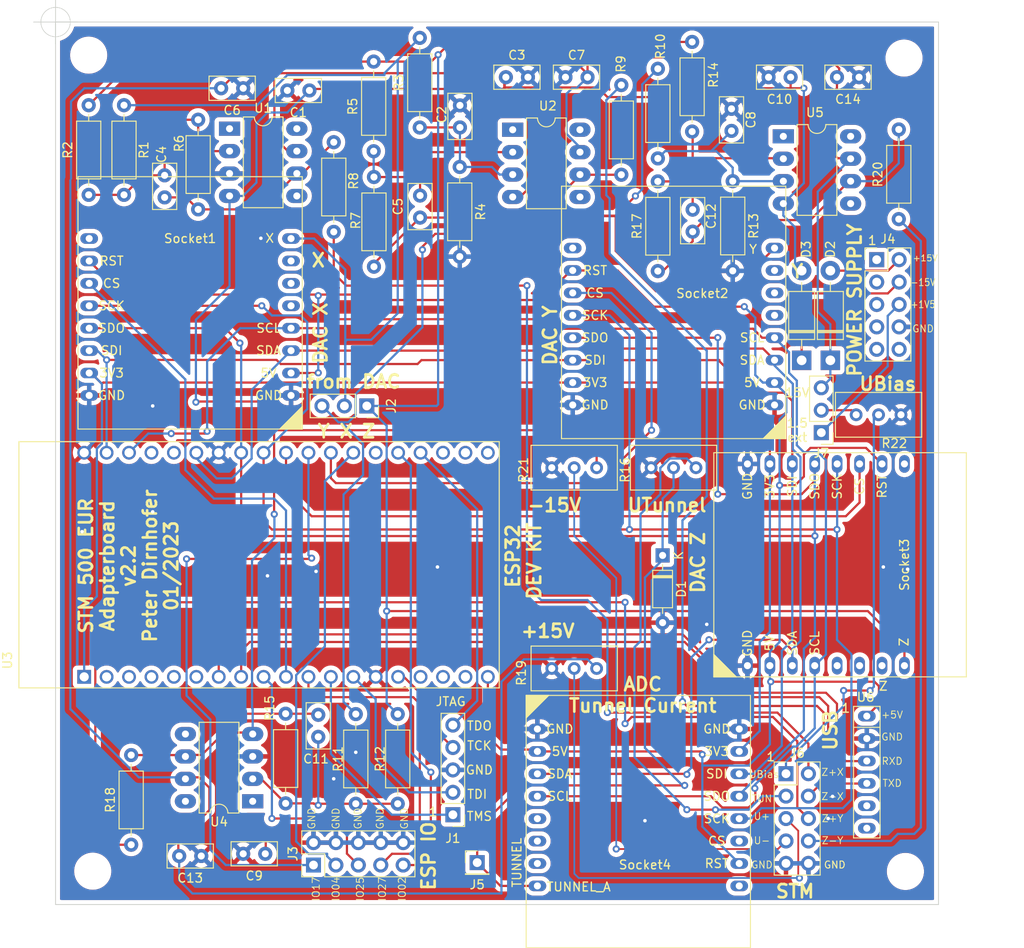
<source format=kicad_pcb>
(kicad_pcb (version 20240108) (generator "pcbnew") (generator_version "8.0")
  (title_block (title "RTM Adapterboard") (rev "2.2") (company "Universität Regensburg") (comment 1 "Peter Dirnhofer"))
  (layers (0 "F.Cu" signal) (31 "B.Cu" signal) (34 "B.Paste" user) (35 "F.Paste" user) (36 "B.SilkS" user "B.Silkscreen") (37 "F.SilkS" user "F.Silkscreen") (38 "B.Mask" user) (39 "F.Mask" user) (44 "Edge.Cuts" user))
  (net 0 "")
  (net 1 "GND")
  (net 2 "-15V")
  (net 3 "Net-(C2-Pad1)")
  (net 4 "Net-(C4-Pad1)")
  (net 5 "Net-(C4-Pad2)")
  (net 6 "Net-(C5-Pad1)")
  (net 7 "Net-(C5-Pad2)")
  (net 8 "+15V")
  (net 9 "Net-(C8-Pad1)")
  (net 10 "Net-(C11-Pad1)")
  (net 11 "Net-(C11-Pad2)")
  (net 12 "+5V")
  (net 13 "Y")
  (net 14 "X")
  (net 15 "Z")
  (net 16 "Z+X")
  (net 17 "Z-X")
  (net 18 "Z+Y")
  (net 19 "Z-Y")
  (net 31 "Net-(D2-Pad2)")
  (net 38 "ESP32_CS2")
  (net 39 "ESP32_CS3")
  (net 40 "ESP32_SCK")
  (net 41 "ESP32_SDO")
  (net 42 "ESP32_SDA")
  (net 43 "ESP32_SCL")
  (net 44 "ESP32_SDI")
  (net 45 "ESP32_CS1")
  (net 46 "+3V3")
  (net 52 "RXD")
  (net 53 "TXD")
  (net 54 "IO25")
  (net 55 "IO27")
  (net 56 "/JTAG_TMS")
  (net 57 "/JTAG_TDI")
  (net 58 "/JTAG_TCK")
  (net 71 "/TUNNEL_A")
  (net 75 "JTAG_TD0")
  (net 79 "IO02")
  (net 80 "+1V5")
  (net 82 "Net-(D3-Pad1)")
  (net 87 "/TUNNEL")
  (net 91 "U+")
  (net 92 "U-")
  (net 93 "UBIAS")
  (net 94 "Net-(C12-Pad1)")
  (net 95 "Net-(C12-Pad2)")
  (net 99 "IO17")
  (net 100 "IO04")
  (net 101 "/UBIAS_MAX")
  (footprint "Capacitor_THT:C_Disc_D5.0mm_W2.5mm_P2.50mm" (layer "F.Cu") (at 101.55428 37.33292 90)
    (property "Reference" "C8")
    (property "Value" "4n7C")
  )
  (footprint "Resistor_THT:R_Axial_DIN0207_L6.3mm_D2.5mm_P10.16mm_Horizontal" (layer "F.Cu") (at 93.21292 40.45204 90)
    (property "Reference" "R10")
    (property "Value" "3kR")
  )
  (footprint "Resistor_THT:R_Axial_DIN0207_L6.3mm_D2.5mm_P10.16mm_Horizontal" (layer "F.Cu") (at 97.09404 37.41166 90)
    (property "Reference" "R14")
    (property "Value" "3kR")
  )
  (footprint "Resistor_THT:R_Axial_DIN0207_L6.3mm_D2.5mm_P10.16mm_Horizontal" (layer "F.Cu") (at 51.054 103.378 -90)
    (property "Reference" "R15")
    (property "Value" "3kR")
  )
  (footprint "Mikroe:Mikroe_Socket" (layer "F.Cu") (at 40.23868 58.42)
    (property "Reference" "Socket1")
    (property "Value" "DAC X" (hide yes))
  )
  (footprint "Resistor_THT:R_Axial_DIN0207_L6.3mm_D2.5mm_P10.16mm_Horizontal" (layer "F.Cu") (at 89.07526 32.14116 -90)
    (property "Reference" "R9")
    (property "Value" "220")
  )
  (footprint "Resistor_THT:R_Axial_DIN0207_L6.3mm_D2.5mm_P10.16mm_Horizontal" (layer "F.Cu") (at 56.50738 48.77308 90)
    (property "Reference" "R8")
    (property "Value" "220")
  )
  (footprint "Capacitor_THT:C_Disc_D5.0mm_W2.5mm_P2.50mm" (layer "F.Cu") (at 37.3507 44.8691 90)
    (property "Reference" "C4")
    (property "Value" "4n7FC")
  )
  (footprint "Resistor_THT:R_Axial_DIN0207_L6.3mm_D2.5mm_P10.16mm_Horizontal" (layer "F.Cu") (at 32.75 44.58 90)
    (property "Reference" "R1")
    (property "Value" "3kR")
  )
  (footprint "Resistor_THT:R_Axial_DIN0207_L6.3mm_D2.5mm_P10.16mm_Horizontal" (layer "F.Cu") (at 28.75 44.58 90)
    (property "Reference" "R2")
    (property "Value" "3kR")
  )
  (footprint "Resistor_THT:R_Axial_DIN0207_L6.3mm_D2.5mm_P10.16mm_Horizontal" (layer "F.Cu") (at 101.69144 43.03014 -90)
    (property "Reference" "R13")
    (property "Value" "3kR")
  )
  (footprint "Resistor_THT:R_Axial_DIN0207_L6.3mm_D2.5mm_P10.16mm_Horizontal" (layer "F.Cu") (at 93.21038 53.21808 90)
    (property "Reference" "R17")
    (property "Value" "3kR")
  )
  (footprint "Capacitor_THT:C_Disc_D5.0mm_W2.5mm_P2.50mm" (layer "F.Cu") (at 97.155 48.7553 90)
    (property "Reference" "C12")
    (property "Value" "4n7FC")
  )
  (footprint "Resistor_THT:R_Axial_DIN0207_L6.3mm_D2.5mm_P10.16mm_Horizontal" (layer "F.Cu") (at 120.5 47.33 90)
    (property "Reference" "R20")
    (property "Value" "220")
  )
  (footprint "Resistor_THT:R_Axial_DIN0207_L6.3mm_D2.5mm_P10.16mm_Horizontal" (layer "F.Cu") (at 61.05906 52.72024 90)
    (property "Reference" "R7")
    (property "Value" "3kR")
  )
  (footprint "Capacitor_THT:C_Disc_D5.0mm_W2.5mm_P2.50mm" (layer "F.Cu") (at 70.79742 36.94176 90)
    (property "Reference" "C2")
    (property "Value" "4n7C")
  )
  (footprint "Resistor_THT:R_Axial_DIN0207_L6.3mm_D2.5mm_P10.16mm_Horizontal" (layer "F.Cu") (at 70.77456 41.42 -90)
    (property "Reference" "R4")
    (property "Value" "3kR")
  )
  (footprint "Package_DIP:DIP-8_W7.62mm_LongPads" (layer "F.Cu") (at 76.7715 37.20084)
    (property "Reference" "U2")
    (property "Value" "OPA227P")
  )
  (footprint "Resistor_THT:R_Axial_DIN0207_L6.3mm_D2.5mm_P10.16mm_Horizontal" (layer "F.Cu") (at 66.24828 36.95192 90)
    (property "Reference" "R3")
    (property "Value" "3kR")
  )
  (footprint "Resistor_THT:R_Axial_DIN0207_L6.3mm_D2.5mm_P10.16mm_Horizontal" (layer "F.Cu") (at 61.02604 39.63924 90)
    (property "Reference" "R5")
    (property "Value" "3kR")
  )
  (footprint "Capacitor_THT:C_Disc_D5.0mm_W2.5mm_P2.50mm" (layer "F.Cu") (at 66.2813 47.15764 90)
    (property "Reference" "C5")
    (property "Value" "4n7FC")
  )
  (footprint "Connector_PinHeader_2.54mm:PinHeader_1x05_P2.54mm_Vertical" (layer "F.Cu") (at 70 114.825 180)
    (property "Reference" "J1")
    (property "Value" "Conn_01x05_Male")
  )
  (footprint "Resistor_THT:R_Axial_DIN0207_L6.3mm_D2.5mm_P10.16mm_Horizontal" (layer "F.Cu") (at 63.75 113.58 90)
    (property "Reference" "R12")
    (property "Value" "3kR")
  )
  (footprint "Resistor_THT:R_Axial_DIN0207_L6.3mm_D2.5mm_P10.16mm_Horizontal" (layer "F.Cu") (at 59 113.58 90)
    (property "Reference" "R11")
    (property "Value" "3kR")
  )
  (footprint "Resistor_THT:R_Axial_DIN0207_L6.3mm_D2.5mm_P10.16mm_Horizontal" (layer "F.Cu") (at 33.56356 118.2243 90)
    (property "Reference" "R18")
    (property "Value" "220")
  )
  (footprint "Package_DIP:DIP-8_W7.62mm_LongPads" (layer "F.Cu") (at 107.425 37.95)
    (property "Reference" "U5")
    (property "Value" "OPA227P")
  )
  (footprint "Mikroe:Mikroe_Socket" (layer "F.Cu") (at 112.25 86.5 -90)
    (property "Reference" "Socket3")
    (property "Value" "DAC Z" (hide yes))
  )
  (footprint "Resistor_THT:R_Axial_DIN0207_L6.3mm_D2.5mm_P10.16mm_Horizontal" (layer "F.Cu") (at 41.148 46.228 90)
    (property "Reference" "R6")
    (property "Value" "3kR")
  )
  (footprint "Package_DIP:DIP-8_W7.62mm_LongPads" (layer "F.Cu") (at 44.704 37.084)
    (property "Reference" "U1")
    (property "Value" "OPA227P")
  )
  (footprint "MountingHole:MountingHole_3.2mm_M3" (layer "F.Cu") (at 28.75 28.75)
    (property "Reference" "H1" (hide yes))
    (property "Value" " ")
  )
  (footprint "MountingHole:MountingHole_3.2mm_M3" (layer "F.Cu") (at 29.21 121.2215)
    (property "Reference" "H3" (hide yes))
    (property "Value" " ")
  )
  (footprint "MountingHole:MountingHole_3.2mm_M3" (layer "F.Cu") (at 121.0945 29.083)
    (property "Reference" "H2" (hide yes))
    (property "Value" " ")
  )
  (footprint "ESP32-DEVKITC-32D:MODULE_ESP32-DEVKITC-32D" (layer "F.Cu") (at 48 86.5 90)
    (property "Reference" "U3")
    (property "Value" "ESP32-DEVKITC-32D")
  )
  (footprint "Connector_PinHeader_2.54mm:PinHeader_2x05_P2.54mm_Vertical" (layer "F.Cu") (at 54.21 120.525 90)
    (property "Reference" "J3")
    (property "Value" "GPIO_RESERVE")
  )
  (footprint "STMlibrary:CP2102_USB" (layer "F.Cu") (at 116.8775 110)
    (property "Reference" "U6")
    (property "Value" "Socket CP2102")
  )
  (footprint "Connector_PinHeader_2.54mm:PinHeader_2x05_P2.54mm_Vertical" (layer "F.Cu") (at 118 51.925)
    (property "Reference" "J4")
    (property "Value" "POWER_SUPPLY")
  )
  (footprint "MountingHole:MountingHole_3.2mm_M3" (layer "F.Cu") (at 121.25 121.25)
    (property "Reference" "H4" (hide yes))
    (property "Value" " ")
  )
  (footprint "Capacitor_THT:C_Disc_D5.0mm_W2.5mm_P2.50mm" (layer "F.Cu") (at 82.75 31.25)
    (property "Reference" "C7")
    (property "Value" "100nFC")
  )
  (footprint "Connector_PinHeader_2.54mm:PinHeader_1x03_P2.54mm_Vertical" (layer "F.Cu") (at 111.725 71.525 180)
    (property "Reference" "J7")
    (property "Value" "UBIAS_SELECT")
  )
  (footprint "Capacitor_THT:C_Disc_D5.0mm_W2.5mm_P2.50mm" (layer "F.Cu") (at 76 31.25)
    (property "Reference" "C3")
    (property "Value" "100nFC")
  )
  (footprint "Diode_THT:D_DO-41_SOD81_P10.16mm_Horizontal" (layer "F.Cu") (at 112.75 63.33 90)
    (property "Reference" "D2")
    (property "Value" "1N5819")
  )
  (footprint "Connector_PinSocket_2.54mm:PinSocket_1x03_P2.54mm_Vertical" (layer "F.Cu") (at 60.25 68.5 -90)
    (property "Reference" "J2")
    (property "Value" "Conn_01x03_Female")
  )
  (footprint "Capacitor_THT:C_Disc_D5.0mm_W2.5mm_P2.50mm" (layer "F.Cu") (at 48.75 119.25 180)
    (property "Reference" "C9")
    (property "Value" "100nFC")
  )
  (footprint "Mikroe:Mikroe_Socket" (layer "F.Cu") (at 91 114 180)
    (property "Reference" "Socket4")
    (property "Value" "ADC TUNNEL" (hide yes))
  )
  (footprint "Capacitor_THT:C_Disc_D5.0mm_W2.5mm_P2.50mm" (layer "F.Cu") (at 54.75 103.5 -90)
    (property "Reference" "C11")
    (property "Value" "4n7FC")
  )
  (footprint "Capacitor_THT:C_Disc_D5.0mm_W2.5mm_P2.50mm" (layer "F.Cu") (at 53.75 32.75 180)
    (property "Reference" "C1")
    (property "Value" "100nFC")
  )
  (footprint "Package_DIP:DIP-8_W7.62mm_LongPads" (layer "F.Cu") (at 47.325 113.3 180)
    (property "Reference" "U4")
    (property "Value" "OPA227P")
  )
  (footprint "Potentiometer_THT:Potentiometer_Bourns_3296W_Vertical" (layer "F.Cu") (at 120.75 69.5)
    (property "Reference" "R22")
    (property "Value" "3296-W")
  )
  (footprint "Potentiometer_THT:Potentiometer_Bourns_3296W_Vertical" (layer "F.Cu") (at 81.2 98.25 180)
    (property "Reference" "R19")
    (property "Value" "3296-W")
  )
  (footprint "Diode_THT:D_DO-41_SOD81_P10.16mm_Horizontal" (layer "F.Cu") (at 109.5 63.33 90)
    (property "Reference" "D3")
    (property "Value" "1N5819")
  )
  (footprint "Capacitor_THT:C_Disc_D5.0mm_W2.5mm_P2.50mm" (layer "F.Cu") (at 116 31.25 180)
    (property "Reference" "C14")
    (property "Value" "100nFC")
  )
  (footprint "Capacitor_THT:C_Disc_D5.0mm_W2.5mm_P2.50mm" (layer "F.Cu") (at 46.25 32.5 180)
    (property "Reference" "C6")
    (property "Value" "100nFC")
  )
  (footprint "Potentiometer_THT:Potentiometer_Bourns_3296W_Vertical" (layer "F.Cu") (at 92.45 75.5 180)
    (property "Reference" "R16")
    (property "Value" "3296-W")
  )
  (footprint "Mikroe:Mikroe_Socket" (layer "F.Cu") (at 95 59.5)
    (property "Reference" "Socket2")
    (property "Value" "DAC Y" (hide yes))
  )
  (footprint "Potentiometer_THT:Potentiometer_Bourns_3296W_Vertical" (layer "F.Cu") (at 81.2 75.5 180)
    (property "Reference" "R21")
    (property "Value" "3296-W")
  )
  (footprint "Connector_PinHeader_2.54mm:PinHeader_2x05_P2.54mm_Vertical" (layer "F.Cu") (at 107.725 110.175)
    (property "Reference" "J6")
    (property "Value" "STM")
  )
  (footprint "Capacitor_THT:C_Disc_D5.0mm_W2.5mm_P2.50mm" (layer "F.Cu") (at 108.25 31.25 180)
    (property "Reference" "C10")
    (property "Value" "100nFC")
  )
  (footprint "Diode_THT:D_DO-35_SOD27_P7.62mm_Horizontal" (layer "F.Cu") (at 93.75 85.44 -90)
    (property "Reference" "D1")
    (property "Value" "1N4148")
  )
  (footprint "Capacitor_THT:C_Disc_D5.0mm_W2.5mm_P2.50mm" (layer "F.Cu") (at 41.5 119.5 180)
    (property "Reference" "C13")
    (property "Value" "100nFC")
  )
  (footprint "Connector_PinHeader_2.54mm:PinHeader_1x01_P2.54mm_Vertical" (layer "F.Cu") (at 72.75 120.25)
    (property "Reference" "J5")
    (property "Value" "Conn_01x01_Female")
  )
  (gr_line (start 25 125) (end 25 25) (stroke (width 0.1)) (layer "Edge.Cuts"))
  (gr_line (start 25 125) (end 125 125) (stroke (width 0.1)) (layer "Edge.Cuts"))
  (gr_line (start 125 25) (end 125 125) (stroke (width 0.1)) (layer "Edge.Cuts"))
  (gr_line (start 25 25) (end 125 25) (stroke (width 0.1)) (layer "Edge.Cuts"))
  (gr_text "Y" (at 55.372 71.374 0) (layer "F.SilkS") (effects (font (size 1.5 1.5) (thickness 0.3))))
  (gr_text "Z" (at 60.452 71.374 0) (layer "F.SilkS") (effects (font (size 1.5 1.5) (thickness 0.3))))
  (gr_text "Z+X" (at 113 110 0) (layer "F.SilkS") (effects (font (size 0.8 0.8) (thickness 0.1))))
  (gr_text "TUNNEL" (at 77.25 120.25 90) (layer "F.SilkS") (effects (font (size 1 1))))
  (gr_text "X" (at 54.75 52 0) (layer "F.SilkS") (effects (font (size 1.5 1.5) (thickness 0.3))))
  (gr_text "STM 500 EUR\nAdapterboard\nv2.2\nPeter Dirnhofer\n01/2023" (at 33.274 86.614 90) (layer "F.SilkS") (effects (font (size 1.5 1.5) (thickness 0.3))))
  (gr_text "TMS" (at 73 115 0) (layer "F.SilkS") (effects (font (size 1 1))))
  (gr_text "-15V" (at 81.5 79.75 0) (layer "F.SilkS") (effects (font (size 1.5 1.5) (thickness 0.3))))
  (gr_text "from DAC\n" (at 58.75 65.75 0) (layer "F.SilkS") (effects (font (size 1.5 1.5) (thickness 0.3))))
  (gr_text "GND" (at 59.25 115.25 90) (layer "F.SilkS") (effects (font (size 0.8 0.8) (thickness 0.1))))
  (gr_text "X" (at 49.25 49.5 0) (layer "F.SilkS") (effects (font (size 1 1))))
  (gr_text "Z" (at 121 95.25 270) (layer "F.SilkS") (effects (font (size 1 1))))
  (gr_text "GND" (at 123.25 59.75 0) (layer "F.SilkS") (effects (font (size 0.8 0.8) (thickness 0.1))))
  (gr_text "GND" (at 113.25 120.5 0) (layer "F.SilkS") (effects (font (size 0.8 0.8) (thickness 0.1))))
  (gr_text "DAC Y" (at 81 60.5 90) (layer "F.SilkS") (effects (font (size 1.5 1.5) (thickness 0.3))))
  (gr_text "Y" (at 109 53.25 0) (layer "F.SilkS") (effects (font (size 1.5 1.5) (thickness 0.3))))
  (gr_text "GND" (at 64.5 115.25 90) (layer "F.SilkS") (effects (font (size 0.8 0.8) (thickness 0.1))))
  (gr_text "GND\n" (at 73 109.75 0) (layer "F.SilkS") (effects (font (size 1 1))))
  (gr_text "+1V5" (at 123.25 57 0) (layer "F.SilkS") (effects (font (size 0.8 0.7) (thickness 0.1))))
  (gr_text "1" (at 106 108.25 0) (layer "F.SilkS") (effects (font (size 1 1))))
  (gr_text "USB" (at 112.75 105.25 90) (layer "F.SilkS") (effects (font (size 1.5 1.5) (thickness 0.3))))
  (gr_text "X" (at 57.912 71.374 0) (layer "F.SilkS") (effects (font (size 1.5 1.5) (thickness 0.3))))
  (gr_text "+15V" (at 80.75 94 0) (layer "F.SilkS") (effects (font (size 1.5 1.5) (thickness 0.3))))
  (gr_text "1\n" (at 117.5 49.75 0) (layer "F.SilkS") (effects (font (size 1 1))))
  (gr_text "1" (at 67.75 114.5 0) (layer "F.SilkS") (effects (font (size 1 1))))
  (gr_text "TUNNEL_A" (at 84.25 123 0) (layer "F.SilkS") (effects (font (size 1 1))))
  (gr_text "IO02" (at 64.25 123.25 90) (layer "F.SilkS") (effects (font (size 0.8 0.8) (thickness 0.1))))
  (gr_text "UBias" (at 119.25 66 0) (layer "F.SilkS") (effects (font (size 1.5 1.5) (thickness 0.3))))
  (gr_text "DAC X" (at 55 60.25 90) (layer "F.SilkS") (effects (font (size 1.5 1.5) (thickness 0.3))))
  (gr_text "TDI" (at 72.75 112.5 0) (layer "F.SilkS") (effects (font (size 1 1))))
  (gr_text "TXD" (at 119.75 111.25 0) (layer "F.SilkS") (effects (font (size 0.8 0.8) (thickness 0.1))))
  (gr_text "15V" (at 109 67 0) (layer "F.SilkS") (effects (font (size 1 1))))
  (gr_text "Z-Y" (at 113 117.75 0) (layer "F.SilkS") (effects (font (size 0.8 0.8) (thickness 0.1))))
  (gr_text "GND" (at 56.75 115.25 90) (layer "F.SilkS") (effects (font (size 0.8 0.8) (thickness 0.1))))
  (gr_text "Z-X" (at 113 112.75 0) (layer "F.SilkS") (effects (font (size 0.8 0.8) (thickness 0.1))))
  (gr_text "TCK" (at 73 107 0) (layer "F.SilkS") (effects (font (size 1 1))))
  (gr_text "1.5\next" (at 109 71.25 0) (layer "F.SilkS") (effects (font (size 1 1))))
  (gr_text "GND" (at 113.25 120.5 0) (layer "F.SilkS") (effects (font (size 0.8 0.8) (thickness 0.1))))
  (gr_text "DAC Z" (at 97.75 86.25 90) (layer "F.SilkS") (effects (font (size 1.5 1.5) (thickness 0.3))))
  (gr_text "Y" (at 104 50.75 0) (layer "F.SilkS") (effects (font (size 1 1))))
  (gr_text "IO17" (at 54.5 123.25 90) (layer "F.SilkS") (effects (font (size 0.8 0.8) (thickness 0.1))))
  (gr_text "GND" (at 54 115.25 90) (layer "F.SilkS") (effects (font (size 0.8 0.8) (thickness 0.1))))
  (gr_text "1" (at 114.5 102.75 0) (layer "F.SilkS") (effects (font (size 1 1))))
  (gr_text "ESP32\nDEV KIT " (at 78 85.5 90) (layer "F.SilkS") (effects (font (size 1.5 1.5) (thickness 0.3))))
  (gr_text "GND" (at 105 120.5 0) (layer "F.SilkS") (effects (font (size 0.8 0.8) (thickness 0.1))))
  (gr_text "IO04" (at 56.75 123.25 90) (layer "F.SilkS") (effects (font (size 0.8 0.8) (thickness 0.1))))
  (gr_text "IO27" (at 62 123.25 90) (layer "F.SilkS") (effects (font (size 0.8 0.8) (thickness 0.1))))
  (gr_text "UTunnel" (at 94.25 79.75 0) (layer "F.SilkS") (effects (font (size 1.5 1.5) (thickness 0.3))))
  (gr_text "U-" (at 105 117.75 0) (layer "F.SilkS") (effects (font (size 0.8 0.8) (thickness 0.1))))
  (gr_text "RXD" (at 119.75 108.75 0) (layer "F.SilkS") (effects (font (size 0.8 0.8) (thickness 0.1))))
  (gr_text "Z+Y" (at 113 115.25 0) (layer "F.SilkS") (effects (font (size 0.8 0.8) (thickness 0.1))))
  (gr_text "ESP IO" (at 67.25 119.5 90) (layer "F.SilkS") (effects (font (size 1.5 1.5) (thickness 0.3))))
  (gr_text "GND" (at 61.75 115.25 90) (layer "F.SilkS") (effects (font (size 0.8 0.8) (thickness 0.1))))
  (gr_text "GND" (at 119.75 106 0) (layer "F.SilkS") (effects (font (size 0.8 0.8) (thickness 0.1))))
  (gr_text "TUN" (at 105 113 0) (layer "F.SilkS") (effects (font (size 0.8 0.8) (thickness 0.1))))
  (gr_text "U+" (at 105 115 0) (layer "F.SilkS") (effects (font (size 0.8 0.8) (thickness 0.1))))
  (gr_text "Z" (at 118.75 100.25 0) (layer "F.SilkS") (effects (font (size 1 1))))
  (gr_text "STM" (at 108.75 123.5 0) (layer "F.SilkS") (effects (font (size 1.5 1.5) (thickness 0.3))))
  (gr_text "-15V" (at 123.25 54.5 0) (layer "F.SilkS") (effects (font (size 0.8 0.7) (thickness 0.1))))
  (gr_text "IO25" (at 59.5 123.25 90) (layer "F.SilkS") (effects (font (size 0.8 0.8) (thickness 0.1))))
  (gr_text "ADC\nTunnel Current" (at 91.5 101.25 0) (layer "F.SilkS") (effects (font (size 1.5 1.5) (thickness 0.3))))
  (gr_text "TDO" (at 73 104.75 0) (layer "F.SilkS") (effects (font (size 1 1))))
  (gr_text "+5V" (at 119.75 103.5 0) (layer "F.SilkS") (effects (font (size 0.8 0.8) (thickness 0.1))))
  (gr_text "+15V" (at 123.5 51.75 0) (layer "F.SilkS") (effects (font (size 0.7 0.7) (thickness 0.1))))
  (gr_text "POWER SUPPLY" (at 115.5 56.5 90) (layer "F.SilkS") (effects (font (size 1.5 1.5) (thickness 0.3))))
  (gr_text "JTAG" (at 69.75 102 0) (layer "F.SilkS") (effects (font (size 1 1))))
  (gr_text "UBias" (at 105.25 110.25 0) (layer "F.SilkS") (effects (font (size 0.8 0.8) (thickness 0.1))))
  (target plus (at 25 25) (size 5) (width 0.05) (layer "Edge.Cuts"))
  (target plus (at 25 25) (size 5) (width 0.05) (layer "Edge.Cuts"))
  (target plus (at 25 25) (size 5) (width 0.05) (layer "Edge.Cuts"))
  (segment (start 41.75 119.25) (end 41.5 119.5) (width 0.25) (layer "F.Cu") (net 1))
  (via (at 59 107.75) (size 0.8) (drill 0.4) (layers "F.Cu" "B.Cu") (net 1))
  (via (at 56.5 110.75) (size 0.8) (drill 0.4) (layers "F.Cu" "B.Cu") (net 1))
  (via (at 113 112.75) (size 0.8) (drill 0.4) (layers "F.Cu" "B.Cu") (net 1))
  (via (at 28 82.75) (size 0.8) (drill 0.4) (layers "F.Cu" "B.Cu") (net 1))
  (via (at 91.75 115.5) (size 0.8) (drill 0.4) (layers "F.Cu" "B.Cu") (net 1))
  (via (at 36 80.5) (size 0.8) (drill 0.4) (layers "F.Cu" "B.Cu") (net 1))
  (via (at 112.5 115.25) (size 0.8) (drill 0.4) (layers "F.Cu" "B.Cu") (net 1))
  (via (at 68.25 86.75) (size 0.8) (drill 0.4) (layers "F.Cu" "B.Cu") (net 1))
  (via (at 49 87.75) (size 0.8) (drill 0.4) (layers "F.Cu" "B.Cu") (net 1))
  (via (at 36 68.5) (size 0.8) (drill 0.4) (layers "F.Cu" "B.Cu") (net 1))
  (via (at 98.75 93.25) (size 0.8) (drill 0.4) (layers "F.Cu" "B.Cu") (net 1))
  (via (at 118.75 86.75) (size 0.8) (drill 0.4) (layers "F.Cu" "B.Cu") (net 1))
  (via (at 121.5 87) (size 0.8) (drill 0.4) (layers "F.Cu" "B.Cu") (net 1))
  (via (at 48.25 49.5) (size 0.8) (drill 0.4) (layers "F.Cu" "B.Cu") (net 1))
  (via (at 54.5 87.25) (size 0.8) (drill 0.4) (layers "F.Cu" "B.Cu") (net 1))
  (segment (start 107.725 120.335) (end 110.265 120.335) (width 0.25) (layer "B.Cu") (net 1))
  (segment (start 44.958 106.172) (end 45.62348 105.50652) (width 0.25) (layer "F.Cu") (net 2))
  (segment (start 45.62348 105.50652) (end 47.4472 105.50652) (width 0.25) (layer "F.Cu") (net 2))
  (segment (start 44.958 114.046) (end 44.958 106.172) (width 0.25) (layer "F.Cu") (net 2))
  (segment (start 48.804 119.26316) (end 48.804 117.892) (width 0.25) (layer "F.Cu") (net 2))
  (segment (start 48.804 117.892) (end 44.958 114.046) (width 0.25) (layer "F.Cu") (net 2))
  (segment (start 86.40976 32.40976) (end 87.5 33.5) (width 0.25) (layer "F.Cu") (net 2))
  (segment (start 49.75 71.25) (end 49.75 80.75) (width 0.25) (layer "F.Cu") (net 2))
  (segment (start 86.28 73.03) (end 86.28 75.5) (width 0.25) (layer "F.Cu") (net 2))
  (segment (start 77.60716 44.82084) (end 76.7715 44.82084) (width 0.25) (layer "F.Cu") (net 2))
  (segment (start 49.75 68.75) (end 49 68) (width 0.25) (layer "F.Cu") (net 2))
  (segment (start 75.84376 31.15818) (end 75.84376 32.40624) (width 0.25) (layer "F.Cu") (net 2))
  (segment (start 87.5 33.5) (end 99.5 33.5) (width 0.25) (layer "F.Cu") (net 2))
  (segment (start 100.5 32.5) (end 108.25 32.5) (width 0.25) (layer "F.Cu") (net 2))
  (segment (start 108.25 32.5) (end 109.75 32.5) (width 0.25) (layer "F.Cu") (net 2))
  (segment (start 49.75 71.25) (end 84.5 71.25) (width 0.25) (layer "F.Cu") (net 2))
  (segment (start 78.556 35.306) (end 75.84376 32.59376) (width 0.25) (layer "F.Cu") (net 2))
  (segment (start 49.75 68.75) (end 49.75 71.25) (width 0.25) (layer "F.Cu") (net 2))
  (segment (start 78.5 43.928) (end 77.60716 44.82084) (width 0.25) (layer "F.Cu") (net 2))
  (segment (start 75.84376 32.40624) (end 75.67006 32.57994) (width 0.25) (layer "F.Cu") (net 2))
  (segment (start 78.5 35.25) (end 78.5 43.928) (width 0.25) (layer "F.Cu") (net 2))
  (segment (start 75.84376 32.59376) (end 75.84376 32.09376) (width 0.25) (layer "F.Cu") (net 2))
  (segment (start 75.84376 32.40624) (end 75.84376 31.40624) (width 0.25) (layer "F.Cu") (net 2))
  (segment (start 84.5 71.25) (end 86.28 73.03) (width 0.25) (layer "F.Cu") (net 2))
  (segment (start 49 68) (end 40.966 68) (width 0.25) (layer "F.Cu") (net 2))
  (segment (start 40.966 68) (end 40.894 68.072) (width 0.25) (layer "F.Cu") (net 2))
  (segment (start 75.84376 31.15818) (end 75.84376 32.09376) (width 0.25) (layer "F.Cu") (net 2))
  (segment (start 108.25 31.25) (end 108.25 32.5) (width 0.25) (layer "F.Cu") (net 2))
  (segment (start 99.5 33.5) (end 100.5 32.5) (width 0.25) (layer "F.Cu") (net 2))
  (segment (start 75.84376 32.40976) (end 86.40976 32.40976) (width 0.25) (layer "F.Cu") (net 2))
  (segment (start 49.75 80.75) (end 49.767 80.767) (width 0.25) (layer "F.Cu") (net 2))
  (segment (start 75.67006 32.57994) (end 53.78006 32.57994) (width 0.25) (layer "F.Cu") (net 2))
  (segment (start 75.84376 31.40624) (end 76 31.25) (width 0.25) (layer "F.Cu") (net 2))
  (segment (start 75.84376 32.09376) (end 75.84376 32.40976) (width 0.25) (layer "F.Cu") (net 2))
  (via (at 49.767 80.767) (size 0.8) (drill 0.4) (layers "F.Cu" "B.Cu") (net 2))
  (via (at 40.894 68.072) (size 0.8) (drill 0.4) (layers "F.Cu" "B.Cu") (net 2))
  (via (at 109.75 32.5) (size 0.8) (drill 0.4) (layers "F.Cu" "B.Cu") (net 2))
  (segment (start 44.704 54.921002) (end 44.704 44.704) (width 0.25) (layer "B.Cu") (net 2))
  (segment (start 47.75 36.574) (end 47.752 36.576) (width 0.25) (layer "B.Cu") (net 2))
  (segment (start 53.75 32.75) (end 51.25 35.25) (width 0.25) (layer "B.Cu") (net 2))
  (segment (start 49.784 83.466) (end 47.25 86) (width 0.25) (layer "B.Cu") (net 2))
  (segment (start 47.25 102.75) (end 47.325 102.825) (width 0.25) (layer "B.Cu") (net 2))
  (segment (start 47.752 43.18) (end 46.228 44.704) (width 0.25) (layer "B.Cu") (net 2))
  (segment (start 40.894 68.072) (end 40.894 58.731002) (width 0.25) (layer "B.Cu") (net 2))
  (segment (start 47.325 102.825) (end 47.325 105.68) (width 0.25) (layer "B.Cu") (net 2))
  (segment (start 107.425 45.57) (end 109.75 43.245) (width 0.25) (layer "B.Cu") (net 2))
  (segment (start 51.25 35.25) (end 49 35.25) (width 0.25) (layer "B.Cu") (net 2))
  (segment (start 49.784 80.784) (end 49.784 83.466) (width 0.25) (layer "B.Cu") (net 2))
  (segment (start 47.75 36.5) (end 47.75 36.574) (width 0.25) (layer "B.Cu") (net 2))
  (segment (start 47.25 86) (end 47.25 102.75) (width 0.25) (layer "B.Cu") (net 2))
  (segment (start 109.75 43.245) (end 109.75 32.5) (width 0.25) (layer "B.Cu") (net 2))
  (segment (start 108.75 52.75) (end 108.75 48.25) (width 0.25) (layer "B.Cu") (net 2))
  (segment (start 47.752 36.576) (end 47.752 43.18) (width 0.25) (layer "B.Cu") (net 2))
  (segment (start 46.228 44.704) (end 44.704 44.704) (width 0.25) (layer "B.Cu") (net 2))
  (segment (start 40.894 58.731002) (end 44.704 54.921002) (width 0.25) (layer "B.Cu") (net 2))
  (segment (start 107.425 46.925) (end 107.425 45.57) (width 0.25) (layer "B.Cu") (net 2))
  (segment (start 108.75 48.25) (end 107.425 46.925) (width 0.25) (layer "B.Cu") (net 2))
  (segment (start 49 35.25) (end 47.75 36.5) (width 0.25) (layer "B.Cu") (net 2))
  (segment (start 70.79742 36.94176) (end 66.25844 36.94176) (width 0.25) (layer "F.Cu") (net 3))
  (segment (start 66.25844 36.94176) (end 66.24828 36.95192) (width 0.25) (layer "F.Cu") (net 3))
  (segment (start 70.79742 41.39714) (end 70.77456 41.42) (width 0.25) (layer "B.Cu") (net 3))
  (segment (start 74.42 41.42) (end 75.28084 42.28084) (width 0.25) (layer "B.Cu") (net 3))
  (segment (start 70.79742 36.94176) (end 70.79742 41.39714) (width 0.25) (layer "B.Cu") (net 3))
  (segment (start 70.77456 41.42) (end 74.42 41.42) (width 0.25) (layer "B.Cu") (net 3))
  (segment (start 75.28084 42.28084) (end 76.7715 42.28084) (width 0.25) (layer "B.Cu") (net 3))
  (segment (start 41.148 46.228) (end 48.26 46.228) (width 0.25) (layer "F.Cu") (net 4))
  (segment (start 39.7891 44.8691) (end 41.148 46.228) (width 0.25) (layer "F.Cu") (net 4))
  (segment (start 52.95646 42.164) (end 56.50738 38.61308) (width 0.25) (layer "F.Cu") (net 4))
  (segment (start 37.3507 44.8691) (end 39.7891 44.8691) (width 0.25) (layer "F.Cu") (net 4))
  (segment (start 52.324 42.164) (end 52.95646 42.164) (width 0.25) (layer "F.Cu") (net 4))
  (segment (start 48.26 46.228) (end 52.324 42.164) (width 0.25) (layer "F.Cu") (net 4))
  (segment (start 41.656 39.624) (end 44.704 39.624) (width 0.25) (layer "F.Cu") (net 5))
  (segment (start 28.75 44.58) (end 32.75 44.58) (width 0.25) (layer "F.Cu") (net 5))
  (segment (start 32.75 44.58) (end 34.9609 42.3691) (width 0.25) (layer "F.Cu") (net 5))
  (segment (start 38.6518 36.068) (end 41.148 36.068) (width 0.25) (layer "F.Cu") (net 5))
  (segment (start 37.3507 37.3691) (end 38.6518 36.068) (width 0.25) (layer "F.Cu") (net 5))
  (segment (start 41.148 36.068) (end 41.148 39.116) (width 0.25) (layer "F.Cu") (net 5))
  (segment (start 37.3507 42.3691) (end 37.3507 37.3691) (width 0.25) (layer "F.Cu") (net 5))
  (segment (start 37.3507 42.3691) (end 34.9609 42.3691) (width 0.25) (layer "F.Cu") (net 5))
  (segment (start 41.148 39.116) (end 41.656 39.624) (width 0.25) (layer "F.Cu") (net 5))
  (segment (start 84.41182 42.30116) (end 84.3915 42.28084) (width 0.25) (layer "F.Cu") (net 6))
  (segment (start 84.3915 42.3585) (end 84.3915 42.28084) (width 0.25) (layer "F.Cu") (net 6))
  (segment (start 61.05906 52.37988) (end 61.05906 52.72024) (width 0.25) (layer "F.Cu") (net 6))
  (segment (start 89.07526 42.30116) (end 84.41182 42.30116) (width 0.25) (layer "F.Cu") (net 6))
  (segment (start 79.59236 47.15764) (end 84.3915 42.3585) (width 0.25) (layer "F.Cu") (net 6))
  (segment (start 66.2813 47.15764) (end 79.59236 47.15764) (width 0.25) (layer "F.Cu") (net 6))
  (segment (start 66.2813 47.15764) (end 61.05906 52.37988) (width 0.25) (layer "F.Cu") (net 6))
  (segment (start 61.05906 42.56024) (end 66.18976 42.56024) (width 0.25) (layer "F.Cu") (net 7))
  (segment (start 66.25 41) (end 66.25 42.5) (width 0.25) (layer "F.Cu") (net 7))
  (segment (start 66.2813 42.5313) (end 66.2813 44.65764) (width 0.25) (layer "F.Cu") (net 7))
  (segment (start 67.50916 39.74084) (end 66.25 41) (width 0.25) (layer "F.Cu") (net 7))
  (segment (start 76.7715 39.74084) (end 67.50916 39.74084) (width 0.25) (layer "F.Cu") (net 7))
  (segment (start 66.18976 42.56024) (end 66.25 42.5) (width 0.25) (layer "F.Cu") (net 7))
  (segment (start 66.25 42.5) (end 66.2813 42.5313) (width 0.25) (layer "F.Cu") (net 7))
  (segment (start 61.02604 39.63924) (end 61.02604 42.52722) (width 0.25) (layer "B.Cu") (net 7))
  (segment (start 61.02604 42.52722) (end 61.05906 42.56024) (width 0.25) (layer "B.Cu") (net 7))
  (segment (start 41.24452 110.58652) (end 42.418 111.76) (width 0.25) (layer "F.Cu") (net 8))
  (segment (start 39.8272 110.58652) (end 41.24452 110.58652) (width 0.25) (layer "F.Cu") (net 8))
  (segment (start 38.90264 117.81536) (end 42.418 114.3) (width 0.25) (layer "F.Cu") (net 8))
  (segment (start 38.90264 119.26316) (end 38.90264 117.81536) (width 0.25) (layer "F.Cu") (net 8))
  (segment (start 42.418 111.76) (end 42.418 114.3) (width 0.25) (layer "F.Cu") (net 8))
  (segment (start 113.75 30.25) (end 113.75 31) (width 0.25) (layer "F.Cu") (net 8))
  (segment (start 112.522 39.37) (end 113.5801 40.4281) (width 0.25) (layer "F.Cu") (net 8))
  (segment (start 49.784 38.1) (end 51.308 39.624) (width 0.25) (layer "F.Cu") (net 8))
  (segment (start 113.5801 40.4281) (end 114.942125 40.4281) (width 0.25) (layer "F.Cu") (net 8))
  (segment (start 113.75 31) (end 113.5 31.25) (width 0.25) (layer "F.Cu") (net 8))
  (segment (start 112.522 33.522) (end 112.522 39.37) (width 0.25) (layer "F.Cu") (net 8))
  (segment (start 112.5 33.5) (end 113.5 32.5) (width 0.25) (layer "F.Cu") (net 8))
  (segment (start 50.49774 30.79242) (end 72.58558 30.79242) (width 0.25) (layer "F.Cu") (net 8))
  (segment (start 85.25 31.25) (end 85.25 29.75) (width 0.25) (layer "F.Cu") (net 8))
  (segment (start 85.25 29.75) (end 86 29) (width 0.25) (layer "F.Cu") (net 8))
  (segment (start 45.45758 30.79242) (end 50.49774 30.79242) (width 0.25) (layer "F.Cu") (net 8))
  (segment (start 112.5 29) (end 113.75 30.25) (width 0.25) (layer "F.Cu") (net 8))
  (segment (start 49.784 30.784) (end 49.784 38.1) (width 0.25) (layer "F.Cu") (net 8))
  (segment (start 51.308 39.624) (end 52.324 39.624) (width 0.25) (layer "F.Cu") (net 8))
  (segment (start 112.5 33.5) (end 112.522 33.522) (width 0.25) (layer "F.Cu") (net 8))
  (segment (start 50.49774 30.79242) (end 50.48932 30.784) (width 0.25) (layer "F.Cu") (net 8))
  (segment (start 72.58558 30.79242) (end 73.66 29.718) (width 0.25) (layer "F.Cu") (net 8))
  (segment (start 50.48932 30.784) (end 49.784 30.784) (width 0.25) (layer "F.Cu") (net 8))
  (segment (start 86 29) (end 112.5 29) (width 0.25) (layer "F.Cu") (net 8))
  (segment (start 43.75 32.5) (end 45.45758 30.79242) (width 0.25) (layer "F.Cu") (net 8))
  (segment (start 113.5 32.5) (end 113.5 31.25) (width 0.25) (layer "F.Cu") (net 8))
  (segment (start 84.074 29.718) (end 85.30082 30.94482) (width 0.25) (layer "F.Cu") (net 8))
  (segment (start 73.66 29.718) (end 84.074 29.718) (width 0.25) (layer "F.Cu") (net 8))
  (segment (start 85.235 97.205) (end 78.045 97.205) (width 0.25) (layer "B.Cu") (net 8))
  (segment (start 111.325 44.21) (end 111.325 57.825) (width 0.25) (layer "B.Cu") (net 8))
  (segment (start 82.8665 37.66683) (end 82.8665 33.1335) (width 0.25) (layer "B.Cu") (net 8))
  (segment (start 78.045 97.205) (end 75.5 99.75) (width 0.25) (layer "B.Cu") (net 8))
  (segment (start 111.325 57.825) (end 112.75 59.25) (width 0.25) (layer "B.Cu") (net 8))
  (segment (start 115.045 40.49) (end 111.325 44.21) (width 0.25) (layer "B.Cu") (net 8))
  (segment (start 28.25 32.5) (end 26.75 34) (width 0.25) (layer "B.Cu") (net 8))
  (segment (start 75.5 123.75) (end 40.5 123.75) (width 0.25) (layer "B.Cu") (net 8))
  (segment (start 82.8665 33.1335) (end 83.5 32.5) (width 0.25) (layer "B.Cu") (net 8))
  (segment (start 26.75 34) (end 26.75 42.75) (width 0.25) (layer "B.Cu") (net 8))
  (segment (start 112.75 65.42) (end 112.75 63.33) (width 0.25) (layer "B.Cu") (net 8))
  (segment (start 86.28 98.25) (end 85.235 97.205) (width 0.25) (layer "B.Cu") (net 8))
  (segment (start 75.5 99.75) (end 75.5 123.75) (width 0.25) (layer "B.Cu") (net 8))
  (segment (start 84.3915 39.19183) (end 82.8665 37.66683) (width 0.25) (layer "B.Cu") (net 8))
  (segment (start 26.67 102.87) (end 26.67 42.926) (width 0.25) (layer "B.Cu") (net 8))
  (segment (start 43.75 32.5) (end 28.25 32.5) (width 0.25) (layer "B.Cu") (net 8))
  (segment (start 34.420778 110.58652) (end 26.704258 102.87) (width 0.25) (layer "B.Cu") (net 8))
  (segment (start 84.3915 39.74084) (end 84.3915 39.19183) (width 0.25) (layer "B.Cu") (net 8))
  (segment (start 84 32.5) (end 85.25 31.25) (width 0.25) (layer "B.Cu") (net 8))
  (segment (start 26.704258 102.87) (end 26.67 102.87) (width 0.25) (layer "B.Cu") (net 8))
  (segment (start 83.5 32.5) (end 84 32.5) (width 0.25) (layer "B.Cu") (net 8))
  (segment (start 111.725 66.445) (end 112.75 65.42) (width 0.25) (layer "B.Cu") (net 8))
  (segment (start 39 122.25) (end 39 119.5) (width 0.25) (layer "B.Cu") (net 8))
  (segment (start 112.75 59.25) (end 112.75 63.33) (width 0.25) (layer "B.Cu") (net 8))
  (segment (start 39.8272 110.58652) (end 34.420778 110.58652) (width 0.25) (layer "B.Cu") (net 8))
  (segment (start 40.5 123.75) (end 39 122.25) (width 0.25) (layer "B.Cu") (net 8))
  (segment (start 93.21292 40.45204) (end 94.04096 39.624) (width 0.25) (layer "B.Cu") (net 9))
  (segment (start 94.04096 39.624) (end 99.2632 39.624) (width 0.25) (layer "B.Cu") (net 9))
  (segment (start 107.42486 43.03014) (end 107.425 43.03) (width 0.25) (layer "B.Cu") (net 9))
  (segment (start 101.69144 43.03014) (end 107.42486 43.03014) (width 0.25) (layer "B.Cu") (net 9))
  (segment (start 99.2632 39.624) (end 99.822 39.624) (width 0.25) (layer "B.Cu") (net 9))
  (segment (start 99.2632 39.624) (end 101.55428 37.33292) (width 0.25) (layer "B.Cu") (net 9))
  (segment (start 99.822 39.624) (end 101.69144 41.49344) (width 0.25) (layer "B.Cu") (net 9))
  (segment (start 101.69144 41.49344) (end 101.69144 43.03014) (width 0.25) (layer "B.Cu") (net 9))
  (segment (start 39.8272 108.04652) (end 41.55948 108.04652) (width 0.25) (layer "F.Cu") (net 10))
  (segment (start 33.56356 108.0643) (end 39.80942 108.0643) (width 0.25) (layer "F.Cu") (net 10))
  (segment (start 39.80942 108.0643) (end 39.8272 108.04652) (width 0.25) (layer "F.Cu") (net 10))
  (segment (start 54.864 103.378) (end 51.054 103.378) (width 0.25) (layer "F.Cu") (net 10))
  (segment (start 51.054 103.378) (end 46.228 103.378) (width 0.25) (layer "F.Cu") (net 10))
  (segment (start 41.55948 108.04652) (end 45.466 104.14) (width 0.25) (layer "F.Cu") (net 10))
  (segment (start 46.228 103.378) (end 45.466 104.14) (width 0.25) (layer "F.Cu") (net 10))
  (segment (start 59 113.58) (end 63.75 113.58) (width 0.25) (layer "F.Cu") (net 11))
  (segment (start 48.276 110.76) (end 47.325 110.76) (width 0.25) (layer "F.Cu") (net 11))
  (segment (start 54.83 113.58) (end 59 113.58) (width 0.25) (layer "F.Cu") (net 11))
  (segment (start 54.254 113.58) (end 54.83 113.58) (width 0.25) (layer "F.Cu") (net 11))
  (segment (start 54.254 113.58) (end 54.212 113.538) (width 0.25) (layer "F.Cu") (net 11))
  (segment (start 54.212 113.538) (end 51.054 113.538) (width 0.25) (layer "F.Cu") (net 11))
  (segment (start 51.054 113.538) (end 48.276 110.76) (width 0.25) (layer "F.Cu") (net 11))
  (via (at 54.75 113.75) (size 0.8) (drill 0.4) (layers "F.Cu" "B.Cu") (net 11))
  (segment (start 54.75 106) (end 54.75 113.75) (width 0.25) (layer "B.Cu") (net 11))
  (segment (start 109.75 74) (end 109.75 76.5) (width 0.25) (layer "F.Cu") (net 12))
  (segment (start 108.75 77.5) (end 107 77.5) (width 0.25) (layer "F.Cu") (net 12))
  (segment (start 60.81477 56.49677) (end 80.02823 56.49677) (width 0.25) (layer "F.Cu") (net 12))
  (segment (start 80.02823 56.49677) (end 83.375 53.15) (width 0.25) (layer "F.Cu") (net 12))
  (segment (start 83.375 53.15) (end 83.57 53.15) (width 0.25) (layer "F.Cu") (net 12))
  (segment (start 109.75 76.5) (end 108.75 77.5) (width 0.25) (layer "F.Cu") (net 12))
  (segment (start 60.198 55.88) (end 60.81477 56.49677) (width 0.25) (layer "F.Cu") (net 12))
  (segment (start 102.75 57.25) (end 103 57.25) (width 0.25) (layer "F.Cu") (net 12))
  (segment (start 116.8775 103.65) (end 118.25 102.2775) (width 0.25) (layer "F.Cu") (net 12))
  (segment (start 118.25 100.25) (end 117.75 99.75) (width 0.25) (layer "F.Cu") (net 12))
  (segment (start 75.5 107.5) (end 75.558 107.442) (width 0.25) (layer "F.Cu") (net 12))
  (segment (start 54.73 64.77) (end 54.75 64.75) (width 0.25) (layer "F.Cu") (net 12))
  (segment (start 73.96 99.2) (end 73.96 105.96) (width 0.25) (layer "F.Cu") (net 12))
  (segment (start 79.57 107.65) (end 98.15 107.65) (width 0.25) (layer "F.Cu") (net 12))
  (segment (start 118.25 102.2775) (end 118.25 100.25) (width 0.25) (layer "F.Cu") (net 12))
  (segment (start 116.78 73.25) (end 110.5 73.25) (width 0.25) (layer "F.Cu") (net 12))
  (segment (start 32.61868 55.88) (end 60.198 55.88) (width 0.25) (layer "F.Cu") (net 12))
  (segment (start 98.15 107.65) (end 98.5 108) (width 0.25) (layer "F.Cu") (net 12))
  (segment (start 98.5 108) (end 98.25 108) (width 0.25) (layer "F.Cu") (net 12))
  (segment (start 73.96 105.96) (end 75.5 107.5) (width 0.25) (layer "F.Cu") (net 12))
  (segment (start 28.80868 52.07) (end 32.61868 55.88) (width 0.25) (layer "F.Cu") (net 12))
  (segment (start 92.75 57.25) (end 102.75 57.25) (width 0.25) (layer "F.Cu") (net 12))
  (segment (start 110.5 73.25) (end 109.75 74) (width 0.25) (layer "F.Cu") (net 12))
  (segment (start 118.6 75.07) (end 116.78 73.25) (width 0.25) (layer "F.Cu") (net 12))
  (segment (start 51.66868 64.77) (end 54.73 64.77) (width 0.25) (layer "F.Cu") (net 12))
  (segment (start 88.65 53.15) (end 92.75 57.25) (width 0.25) (layer "F.Cu") (net 12))
  (segment (start 117.75 99.75) (end 106 99.75) (width 0.25) (layer "F.Cu") (net 12))
  (segment (start 83.57 53.15) (end 88.65 53.15) (width 0.25) (layer "F.Cu") (net 12))
  (segment (start 75.558 107.442) (end 79.502 107.442) (width 0.25) (layer "F.Cu") (net 12))
  (via (at 54.75 56) (size 0.8) (drill 0.4) (layers "F.Cu" "B.Cu") (net 12))
  (via (at 106 99.75) (size 0.8) (drill 0.4) (layers "F.Cu" "B.Cu") (net 12))
  (via (at 54.75 64.75) (size 0.8) (drill 0.4) (layers "F.Cu" "B.Cu") (net 12))
  (via (at 107 77.5) (size 0.8) (drill 0.4) (layers "F.Cu" "B.Cu") (net 12))
  (via (at 98.25 108) (size 0.8) (drill 0.4) (layers "F.Cu" "B.Cu") (net 12))
  (via (at 103 57.25) (size 0.8) (drill 0.4) (layers "F.Cu" "B.Cu") (net 12))
  (segment (start 107.75 67.25) (end 107.75 67.18) (width 0.25) (layer "B.Cu") (net 12))
  (segment (start 98.25 116.17) (end 102.43 120.35) (width 0.25) (layer "B.Cu") (net 12))
  (segment (start 98.25 108) (end 98.25 109.25) (width 0.25) (layer "B.Cu") (net 12))
  (segment (start 105.1 65.85) (end 106.43 65.85) (width 0.25) (layer "B.Cu") (net 12))
  (segment (start 104.25 58.5) (end 104.25 65) (width 0.25) (layer "B.Cu") (net 12))
  (segment (start 105.9 96.35) (end 105.9 97.93) (width 0.25) (layer "B.Cu") (net 12))
  (segment (start 103.5 109.25) (end 98.25 109.25) (width 0.25) (layer "B.Cu") (net 12))
  (segment (start 107 70) (end 107 95.25) (width 0.25) (layer "B.Cu") (net 12))
  (segment (start 106.43 65.85) (end 107.755 67.175) (width 0.25) (layer "B.Cu") (net 12))
  (segment (start 107.755 69.245) (end 107.755 67.255) (width 0.25) (layer "B.Cu") (net 12))
  (segment (start 103 57.25) (end 104.25 58.5) (width 0.25) (layer "B.Cu") (net 12))
  (segment (start 107.755 67.255) (end 107.75 67.25) (width 0.25) (layer "B.Cu") (net 12))
  (segment (start 107.755 69.245) (end 107 70) (width 0.25) (layer "B.Cu") (net 12))
  (segment (start 104.25 65) (end 105.1 65.85) (width 0.25) (layer "B.Cu") (net 12))
  (segment (start 105.9 106.85) (end 103.5 109.25) (width 0.25) (layer "B.Cu") (net 12))
  (segment (start 105.9 97.93) (end 105.9 106.85) (width 0.25) (layer "B.Cu") (net 12))
  (segment (start 54.75 64.75) (end 54.75 56) (width 0.25) (layer "B.Cu") (net 12))
  (segment (start 107 95.25) (end 105.9 96.35) (width 0.25) (layer "B.Cu") (net 12))
  (segment (start 98.25 109.25) (end 98.25 116.17) (width 0.25) (layer "B.Cu") (net 12))
  (segment (start 107.75 67.18) (end 107.755 67.175) (width 0.25) (layer "B.Cu") (net 12))
  (segment (start 93 55.5) (end 88.441 50.941) (width 0.25) (layer "F.Cu") (net 13))
  (segment (start 81.559 46.941) (end 88.441 46.941) (width 0.25) (layer "F.Cu") (net 13))
  (segment (start 103 55.5) (end 93 55.5) (width 0.25) (layer "F.Cu") (net 13))
  (segment (start 66.548 50.8) (end 66.548 50.452) (width 0.25) (layer "F.Cu") (net 13))
  (segment (start 81.534 46.99) (end 88.392 46.99) (width 0.25) (layer "F.Cu") (net 13))
  (segment (start 81.5 48) (end 81.5 47) (width 0.25) (layer "F.Cu") (net 13))
  (segment (start 66.548 50.452) (end 68 49) (width 0.25) (layer "F.Cu") (net 13))
  (segment (start 88.392 46.99) (end 88.441 46.941) (width 0.25) (layer "F.Cu") (net 13))
  (segment (start 80.5 49) (end 81.5 48) (width 0.25) (layer "F.Cu") (net 13))
  (segment (start 103 54.04) (end 106.43 50.61) (width 0.25) (layer "F.Cu") (net 13))
  (segment (start 88.441 50.941) (end 88.441 46.941) (width 0.25) (layer "F.Cu") (net 13))
  (segment (start 68 49) (end 80.5 49) (width 0.25) (layer "F.Cu") (net 13))
  (segment (start 103 55.5) (end 103 54.04) (width 0.25) (layer "F.Cu") (net 13))
  (segment (start 88.441 46.941) (end 90.67292 44.70908) (width 0.25) (layer "F.Cu") (net 13))
  (segment (start 81.5 47) (end 81.559 46.941) (width 0.25) (layer "F.Cu") (net 13))
  (via (at 66.548 50.8) (size 0.8) (drill 0.4) (layers "F.Cu" "B.Cu") (net 13))
  (via (at 90.67292 44.70908) (size 0.8) (drill 0.4) (layers "F.Cu" "B.Cu") (net 13))
  (segment (start 91.44 32.06496) (end 93.21292 30.29204) (width 0.25) (layer "B.Cu") (net 13))
  (segment (start 58.174999 70.32314) (end 58.978232 69.519907) (width 0.25) (layer "B.Cu") (net 13))
  (segment (start 57.400999 70.349001) (end 58.174999 70.349001) (width 0.25) (layer "B.Cu") (net 13))
  (segment (start 57.350999 70.349001) (end 57.400999 70.349001) (width 0.25) (layer "B.Cu") (net 13))
  (segment (start 57.615 102.035) (end 57.615 78.535) (width 0.25) (layer "B.Cu") (net 13))
  (segment (start 90.67292 44.70908) (end 91.44 43.942) (width 0.25) (layer "B.Cu") (net 13))
  (segment (start 58.174999 70.349001) (end 58.174999 70.32314) (width 0.25) (layer "B.Cu") (net 13))
  (segment (start 59 103.42) (end 57.615 102.035) (width 0.25) (layer "B.Cu") (net 13))
  (segment (start 59.825 72.773002) (end 57.400999 70.349001) (width 0.25) (layer "B.Cu") (net 13))
  (segment (start 57.037001 70.349001) (end 57.350999 70.349001) (width 0.25) (layer "B.Cu") (net 13))
  (segment (start 58.978232 67.145406) (end 66.548 59.575638) (width 0.25) (layer "B.Cu") (net 13))
  (segment (start 59.825 76.325) (end 59.825 72.773002) (width 0.25) (layer "B.Cu") (net 13))
  (segment (start 57.037001 70.349001) (end 55.268 68.58) (width 0.25) (layer "B.Cu") (net 13))
  (segment (start 57.615 78.535) (end 59.825 76.325) (width 0.25) (layer "B.Cu") (net 13))
  (segment (start 91.44 43.942) (end 91.44 32.06496) (width 0.25) (layer "B.Cu") (net 13))
  (segment (start 66.548 59.575638) (end 66.548 50.8) (width 0.25) (layer "B.Cu") (net 13))
  (segment (start 58.978232 69.519907) (end 58.978232 67.145406) (width 0.25) (layer "B.Cu") (net 13))
  (segment (start 54.28 49.53) (end 57.808 53.058) (width 0.25) (layer "B.Cu") (net 14))
  (segment (start 63.754 29.2862) (end 62.25 30.7902) (width 0.25) (layer "B.Cu") (net 14))
  (segment (start 47.67 34.42) (end 32.75 34.42) (width 0.25) (layer "B.Cu") (net 14))
  (segment (start 62.25 31) (end 51.25 31) (width 0.25) (layer "B.Cu") (net 14))
  (segment (start 57.808 65.636) (end 57.808 61.192) (width 0.25) (layer "B.Cu") (net 14))
  (segment (start 58 61) (end 60.75 61) (width 0.25) (layer "B.Cu") (net 14))
  (segment (start 51.25 31) (end 47.75 34.5) (width 0.25) (layer "B.Cu") (net 14))
  (segment (start 57.808 68.58) (end 57.808 65.636) (width 0.25) (layer "B.Cu") (net 14))
  (segment (start 57.808 53.058) (end 57.808 65.636) (width 0.25) (layer "B.Cu") (net 14))
  (segment (start 51.66868 49.53) (end 54.28 49.53) (width 0.25) (layer "B.Cu") (net 14))
  (segment (start 57.808 61.192) (end 58 61) (width 0.25) (layer "B.Cu") (net 14))
  (segment (start 60.75 61) (end 63.754 57.996) (width 0.25) (layer "B.Cu") (net 14))
  (segment (start 62.25 30.7902) (end 62.25 31) (width 0.25) (layer "B.Cu") (net 14))
  (segment (start 63.754 57.996) (end 63.754 29.2862) (width 0.25) (layer "B.Cu") (net 14))
  (segment (start 66.24828 26.79192) (end 63.754 29.2862) (width 0.25) (layer "B.Cu") (net 14))
  (segment (start 121.14 95.89) (end 117 91.75) (width 0.25) (layer "F.Cu") (net 15))
  (segment (start 61.02604 29.47924) (end 67.54876 29.47924) (width 0.25) (layer "F.Cu") (net 15))
  (segment (start 28.75 34.42) (end 33.67 29.5) (width 0.25) (layer "F.Cu") (net 15))
  (segment (start 34.52076 29.47924) (end 61.02604 29.47924) (width 0.25) (layer "F.Cu") (net 15))
  (segment (start 33.67 29.5) (end 34.5 29.5) (width 0.25) (layer "F.Cu") (net 15))
  (segment (start 69.77634 27.25166) (end 97.09404 27.25166) (width 0.25) (layer "F.Cu") (net 15))
  (segment (start 117 91.75) (end 62.5 91.75) (width 0.25) (layer "F.Cu") (net 15))
  (segment (start 67.54876 29.47924) (end 69.77634 27.25166) (width 0.25) (layer "F.Cu") (net 15))
  (segment (start 121.14 97.93) (end 121.14 95.89) (width 0.25) (layer "F.Cu") (net 15))
  (segment (start 34.5 29.5) (end 34.52076 29.47924) (width 0.25) (layer "F.Cu") (net 15))
  (via (at 62.5 91.75) (size 0.8) (drill 0.4) (layers "F.Cu" "B.Cu") (net 15))
  (via (at 68.326 28.702) (size 0.8) (drill 0.4) (layers "F.Cu" "B.Cu") (net 15))
  (segment (start 62.5 70.75) (end 62.5 102.17) (width 0.25) (layer "B.Cu") (net 15))
  (segment (start 68.326 62.484) (end 68.326 28.702) (width 0.25) (layer "B.Cu") (net 15))
  (segment (start 62.5 102.17) (end 63.75 103.42) (width 0.25) (layer "B.Cu") (net 15))
  (segment (start 68.152 68.5) (end 68.326 68.326) (width 0.25) (layer "B.Cu") (net 15))
  (segment (start 60.25 68.5) (end 68.152 68.5) (width 0.25) (layer "B.Cu") (net 15))
  (segment (start 60.25 68.5) (end 62.5 70.75) (width 0.25) (layer "B.Cu") (net 15))
  (segment (start 68.326 68.326) (end 68.326 62.484) (width 0.25) (layer "B.Cu") (net 15))
  (segment (start 56.50738 48.77308) (end 56.50738 53.45938) (width 0.25) (layer "F.Cu") (net 16))
  (segment (start 106.75 103.25) (end 110.265 106.765) (width 0.25) (layer "F.Cu") (net 16))
  (segment (start 87.5 103.25) (end 106.75 103.25) (width 0.25) (layer "F.Cu") (net 16))
  (segment (start 110.265 106.765) (end 110.265 110.175) (width 0.25) (layer "F.Cu") (net 16))
  (segment (start 56.50738 53.45938) (end 57.912 54.864) (width 0.25) (layer "F.Cu") (net 16))
  (segment (start 57.912 54.864) (end 78.386 54.864) (width 0.25) (layer "F.Cu") (net 16))
  (via (at 87.5 103.25) (size 0.8) (drill 0.4) (layers "F.Cu" "B.Cu") (net 16))
  (via (at 78.386 54.864) (size 0.8) (drill 0.4) (layers "F.Cu" "B.Cu") (net 16))
  (segment (start 80 90.5) (end 85.25 90.5) (width 0.25) (layer "B.Cu") (net 16))
  (segment (start 85.25 90.5) (end 87.5 92.75) (width 0.25) (layer "B.Cu") (net 16))
  (segment (start 78.386 88.886) (end 80 90.5) (width 0.25) (layer "B.Cu") (net 16))
  (segment (start 78.386 54.864) (end 78.386 88.886) (width 0.25) (layer "B.Cu") (net 16))
  (segment (start 87.5 92.75) (end 87.5 103.25) (width 0.25) (layer "B.Cu") (net 16))
  (segment (start 96.5 102.5) (end 96 102) (width 0.25) (layer "F.Cu") (net 17))
  (segment (start 111.25 102.5) (end 96.5 102.5) (width 0.25) (layer "F.Cu") (net 17))
  (segment (start 110.265 112.715) (end 112 110.98) (width 0.25) (layer "F.Cu") (net 17))
  (segment (start 112 103.25) (end 111.25 102.5) (width 0.25) (layer "F.Cu") (net 17))
  (segment (start 112 110.98) (end 112 103.25) (width 0.25) (layer "F.Cu") (net 17))
  (via (at 96 102) (size 0.8) (drill 0.4) (layers "F.Cu" "B.Cu") (net 17))
  (segment (start 87.376 33.84042) (end 89.07526 32.14116) (width 0.25) (layer "B.Cu") (net 17))
  (segment (start 87.75 51.25) (end 87.75 45) (width 0.25) (layer "B.Cu") (net 17))
  (segment (start 87.376 44.626) (end 87.376 33.84042) (width 0.25) (layer "B.Cu") (net 17))
  (segment (start 98.75 78.724695) (end 98.75 62.25) (width 0.25) (layer "B.Cu") (net 17))
  (segment (start 96 102) (end 96 81.474695) (width 0.25) (layer "B.Cu") (net 17))
  (segment (start 98.75 62.25) (end 87.75 51.25) (width 0.25) (layer "B.Cu") (net 17))
  (segment (start 87.75 45) (end 87.376 44.626) (width 0.25) (layer "B.Cu") (net 17))
  (segment (start 96 81.474695) (end 98.75 78.724695) (width 0.25) (layer "B.Cu") (net 17))
  (segment (start 90.25 103.75) (end 89.5 104.5) (width 0.25) (layer "F.Cu") (net 18))
  (segment (start 29.5 116) (end 31.7243 118.2243) (width 0.25) (layer "F.Cu") (net 18))
  (segment (start 31.7243 118.2243) (end 33.56356 118.2243) (width 0.25) (layer "F.Cu") (net 18))
  (segment (start 109.01 106.51) (end 106.25 103.75) (width 0.25) (layer "F.Cu") (net 18))
  (segment (start 110.265 115.255) (end 109.01 114) (width 0.25) (layer "F.Cu") (net 18))
  (segment (start 89.5 90.75) (end 31.5 90.75) (width 0.25) (layer "F.Cu") (net 18))
  (segment (start 106.25 103.75) (end 90.25 103.75) (width 0.25) (layer "F.Cu") (net 18))
  (segment (start 109.01 114) (end 109.01 106.51) (width 0.25) (layer "F.Cu") (net 18))
  (segment (start 31.5 90.75) (end 29.5 92.75) (width 0.25) (layer "F.Cu") (net 18))
  (segment (start 29.5 92.75) (end 29.5 116) (width 0.25) (layer "F.Cu") (net 18))
  (via (at 89.5 90.75) (size 0.8) (drill 0.4) (layers "F.Cu" "B.Cu") (net 18))
  (via (at 89.5 104.5) (size 0.8) (drill 0.4) (layers "F.Cu" "B.Cu") (net 18))
  (segment (start 89.5 104.5) (end 89.5 90.75) (width 0.25) (layer "B.Cu") (net 18))
  (segment (start 110.265 117.795) (end 119.591396 117.795) (width 0.25) (layer "B.Cu") (net 19))
  (segment (start 123 49.83) (end 120.5 47.33) (width 0.25) (layer "B.Cu") (net 19))
  (segment (start 123 116.25) (end 123 49.83) (width 0.25) (layer "B.Cu") (net 19))
  (segment (start 120.386396 117) (end 122.25 117) (width 0.25) (layer "B.Cu") (net 19))
  (segment (start 122.25 117) (end 123 116.25) (width 0.25) (layer "B.Cu") (net 19))
  (segment (start 119.591396 117.795) (end 120.386396 117) (width 0.25) (layer "B.Cu") (net 19))
  (segment (start 119.295 53.17) (end 120.54 51.925) (width 0.25) (layer "F.Cu") (net 31))
  (segment (start 112.75 53.17) (end 119.295 53.17) (width 0.25) (layer "F.Cu") (net 31))
  (segment (start 56.18 76.68) (end 56.18 73.8) (width 0.25) (layer "F.Cu") (net 38))
  (segment (start 56.75 77.25) (end 56.18 76.68) (width 0.25) (layer "F.Cu") (net 38))
  (segment (start 86.5 77.25) (end 56.75 77.25) (width 0.25) (layer "F.Cu") (net 38))
  (segment (start 92.5 71.25) (end 86.5 77.25) (width 0.25) (layer "F.Cu") (net 38))
  (via (at 92.5 71.25) (size 0.8) (drill 0.4) (layers "F.Cu" "B.Cu") (net 38))
  (segment (start 92.5 71.25) (end 92.5 60.25) (width 0.25) (layer "B.Cu") (net 38))
  (segment (start 87.94 55.69) (end 83.57 55.69) (width 0.25) (layer "B.Cu") (net 38))
  (segment (start 92.5 60.25) (end 87.94 55.69) (width 0.25) (layer "B.Cu") (net 38))
  (segment (start 51.1 77.9) (end 51.1 73.8) (width 0.25) (layer "F.Cu") (net 39))
  (segment (start 51 78) (end 51.1 77.9) (width 0.25) (layer "F.Cu") (net 39))
  (segment (start 114.5 81) (end 54 81) (width 0.25) (layer "F.Cu") (net 39))
  (segment (start 54 81) (end 51 78) (width 0.25) (layer "F.Cu") (net 39))
  (segment (start 116.06 79.44) (end 114.5 81) (width 0.25) (layer "F.Cu") (net 39))
  (segment (start 116.06 75.07) (end 116.06 79.44) (width 0.25) (layer "F.Cu") (net 39))
  (segment (start 49.5 82.5) (end 48.56 81.56) (width 0.25) (layer "F.Cu") (net 40))
  (segment (start 28.80868 57.15) (end 48.35 57.15) (width 0.25) (layer "F.Cu") (net 40))
  (segment (start 113.5 82.5) (end 49.5 82.5) (width 0.25) (layer "F.Cu") (net 40))
  (segment (start 48.56 81.56) (end 48.56 73.8) (width 0.25) (layer "F.Cu") (net 40))
  (via (at 48.35 57.15) (size 0.8) (drill 0.4) (layers "F.Cu" "B.Cu") (net 40))
  (via (at 90 82.5) (size 0.8) (drill 0.4) (layers "F.Cu" "B.Cu") (net 40))
  (via (at 113.5 82.5) (size 0.8) (drill 0.4) (layers "F.Cu" "B.Cu") (net 40))
  (segment (start 104.92 114.08) (end 114.17 114.08) (width 0.25) (layer "B.Cu") (net 40))
  (segment (start 103.48 115.27) (end 103.5 115.25) (width 0.25) (layer "B.Cu") (net 40))
  (segment (start 103.75 115.25) (end 104.92 114.08) (width 0.25) (layer "B.Cu") (net 40))
  (segment (start 89.5 60) (end 90 60.5) (width 0.25) (layer "B.Cu") (net 40))
  (segment (start 83.57 58.23) (end 87.73 58.23) (width 0.25) (layer "B.Cu") (net 40))
  (segment (start 53.5 68.86) (end 53.5 59) (width 0.25) (layer "B.Cu") (net 40))
  (segment (start 53.5 59) (end 52.75 58.25) (width 0.25) (layer "B.Cu") (net 40))
  (segment (start 90 60.5) (end 90 82.5) (width 0.25) (layer "B.Cu") (net 40))
  (segment (start 113.5 82.5) (end 113.52 82.48) (width 0.25) (layer "B.Cu") (net 40))
  (segment (start 49.5 58.25) (end 48.5 57.25) (width 0.25) (layer "B.Cu") (net 40))
  (segment (start 103.5 115.25) (end 103.75 115.25) (width 0.25) (layer "B.Cu") (net 40))
  (segment (start 48.56 73.8) (end 53.5 68.86) (width 0.25) (layer "B.Cu") (net 40))
  (segment (start 113.5 95) (end 113.5 82.5) (width 0.25) (layer "B.Cu") (net 40))
  (segment (start 115.135 96.635) (end 113.5 95) (width 0.25) (layer "B.Cu") (net 40))
  (segment (start 52.75 58.25) (end 49.5 58.25) (width 0.25) (layer "B.Cu") (net 40))
  (segment (start 113.52 82.48) (end 113.52 75.07) (width 0.25) (layer "B.Cu") (net 40))
  (segment (start 114.17 114.08) (end 115.135 113.115) (width 0.25) (layer "B.Cu") (net 40))
  (segment (start 115.135 113.115) (end 115.135 96.635) (width 0.25) (layer "B.Cu") (net 40))
  (segment (start 102.43 115.27) (end 103.48 115.27) (width 0.25) (layer "B.Cu") (net 40))
  (segment (start 87.73 58.23) (end 89.5 60) (width 0.25) (layer "B.Cu") (net 40))
  (segment (start 83.57 60.77) (end 99.77 60.77) (width 0.25) (layer "F.Cu") (net 41))
  (segment (start 109.5 78.5) (end 100.25 78.5) (width 0.25) (layer "F.Cu") (net 41))
  (segment (start 110.98 75.07) (end 110.98 77.02) (width 0.25) (layer "F.Cu") (net 41))
  (segment (start 110.25 77.75) (end 109.5 78.5) (width 0.25) (layer "F.Cu") (net 41))
  (segment (start 44.19 59.69) (end 45.875 61.375) (width 0.25) (layer "F.Cu") (net 41))
  (segment (start 110.7755 83.2245) (end 110.75 83.25) (width 0.25) (layer "F.Cu") (net 41))
  (segment (start 110.98 77.02) (end 110.25 77.75) (width 0.25) (layer "F.Cu") (net 41))
  (segment (start 99.77 60.77) (end 100 61) (width 0.25) (layer "F.Cu") (net 41))
  (segment (start 110.75 83.25) (end 47.75 83.25) (width 0.25) (layer "F.Cu") (net 41))
  (segment (start 47.75 83.25) (end 46.02 81.52) (width 0.25) (layer "F.Cu") (net 41))
  (segment (start 46.02 81.52) (end 46.02 73.8) (width 0.25) (layer "F.Cu") (net 41))
  (segment (start 44.19 59.69) (end 28.80868 59.69) (width 0.25) (layer "F.Cu") (net 41))
  (segment (start 100 61) (end 100 60.75) (width 0.25) (layer "F.Cu") (net 41))
  (segment (start 111 83.2245) (end 110.7755 83.2245) (width 0.25) (layer "F.Cu") (net 41))
  (via (at 100 78.5) (size 0.8) (drill 0.4) (layers "F.Cu" "B.Cu") (net 41))
  (via (at 111 83.2245) (size 0.8) (drill 0.4) (layers "F.Cu" "B.Cu") (net 41))
  (via (at 45.875 61.375) (size 0.8) (drill 0.4) (layers "F.Cu" "B.Cu") (net 41))
  (via (at 100 60.75) (size 0.8) (drill 0.4) (layers "F.Cu" "B.Cu") (net 41))
  (segment (start 109.75 96) (end 109.75 105.25) (width 0.25) (layer "B.Cu") (net 41))
  (segment (start 111 83.2245) (end 111 94.75) (width 0.25) (layer "B.Cu") (net 41))
  (segment (start 45.875 61.375) (end 46.02 61.52) (width 0.25) (layer "B.Cu") (net 41))
  (segment (start 102.43 112.57) (end 102.43 112.73) (width 0.25) (layer "B.Cu") (net 41))
  (segment (start 100 60.75) (end 100 78.5) (width 0.25) (layer "B.Cu") (net 41))
  (segment (start 111 83) (end 110.98 82.98) (width 0.25) (layer "B.Cu") (net 41))
  (segment (start 110.98 75.07) (end 110.98 82.98) (width 0.25) (layer "B.Cu") (net 41))
  (segment (start 46.02 61.52) (end 46.02 73.8) (width 0.25) (layer "B.Cu") (net 41))
  (segment (start 109.75 105.25) (end 102.43 112.57) (width 0.25) (layer "B.Cu") (net 41))
  (segment (start 111 94.75) (end 109.75 96) (width 0.25) (layer "B.Cu") (net 41))
  (segment (start 108.44 96.19) (end 107.5 95.25) (width 0.25) (layer "F.Cu") (net 42))
  (segment (start 105.12 62) (end 106.43 63.31) (width 0.25) (layer "F.Cu") (net 42))
  (segment (start 96.5 110.25) (end 96.44 110.19) (width 0.25) (layer "F.Cu") (net 42))
  (segment (start 108.44 97.93) (end 108.44 96.19) (width 0.25) (layer "F.Cu") (net 42))
  (segment (start 107.25 95) (end 99 95) (width 0.25) (layer "F.Cu") (net 42))
  (segment (start 107.5 95.25) (end 107.25 95) (width 0.25) (layer "F.Cu") (net 42))
  (segment (start 79.57 110.19) (end 96.44 110.19) (width 0.25) (layer "F.Cu") (net 42))
  (segment (start 51.66868 62.23) (end 82.27 62.23) (width 0.25) (layer "F.Cu") (net 42))
  (segment (start 82.27 62.23) (end 82.5 62) (width 0.25) (layer "F.Cu") (net 42))
  (segment (start 82.5 62) (end 105.12 62) (width 0.25) (layer "F.Cu") (net 42))
  (via (at 96.5 110.25) (size 0.8) (drill 0.4) (layers "F.Cu" "B.Cu") (net 42))
  (via (at 99 95) (size 0.8) (drill 0.4) (layers "F.Cu" "B.Cu") (net 42))
  (segment (start 41.262 74.738) (end 40.94 74.416) (width 0.25) (layer "B.Cu") (net 42))
  (segment (start 97 109.5) (end 96.5 110) (width 0.25) (layer "B.Cu") (net 42))
  (segment (start 40.94 74.416) (end 40.94 73.8) (width 0.25) (layer "B.Cu") (net 42))
  (segment (start 106.43 63.93) (end 106.43 63.31) (width 0.25) (layer "B.Cu") (net 42))
  (segment (start 97 106.25) (end 97 109.5) (width 0.25) (layer "B.Cu") (net 42))
  (segment (start 41.262 74.738) (end 43.232 76.708) (width 0.25) (layer "B.Cu") (net 42))
  (segment (start 47.206999 66.691681) (end 51.66868 62.23) (width 0.25) (layer "B.Cu") (net 42))
  (segment (start 47.206999 74.459001) (end 47.206999 66.691681) (width 0.25) (layer "B.Cu") (net 42))
  (segment (start 43.232 76.708) (end 44.958 76.708) (width 0.25) (layer "B.Cu") (net 42))
  (segment (start 108.5 73.421852) (end 109.365 74.286852) (width 0.25) (layer "B.Cu") (net 42))
  (segment (start 108.44 96.06) (end 108.44 97.93) (width 0.25) (layer "B.Cu") (net 42))
  (segment (start 99 95) (end 97 97) (width 0.25) (layer "B.Cu") (net 42))
  (segment (start 44.958 76.708) (end 47.206999 74.459001) (width 0.25) (layer "B.Cu") (net 42))
  (segment (start 108.5 66) (end 106.43 63.93) (width 0.25) (layer "B.Cu") (net 42))
  (segment (start 108.5 66) (end 108.5 73.421852) (width 0.25) (layer "B.Cu") (net 42))
  (segment (start 97 97) (end 97 106.25) (width 0.25) (layer "B.Cu") (net 42))
  (segment (start 109.365 95.135) (end 108.44 96.06) (width 0.25) (layer "B.Cu") (net 42))
  (segment (start 109.365 74.286852) (end 109.365 95.135) (width 0.25) (layer "B.Cu") (net 42))
  (segment (start 51.66868 59.69) (end 55.81 59.69) (width 0.25) (layer "F.Cu") (net 43))
  (segment (start 99.23 112.73) (end 100.5 114) (width 0.25) (layer "F.Cu") (net 43))
  (segment (start 103.5 114) (end 104.25 113.25) (width 0.25) (layer "F.Cu") (net 43))
  (segment (start 82 59.75) (end 104 59.75) (width 0.25) (layer "F.Cu") (net 43))
  (segment (start 104.25 113.25) (end 104.25 111.886396) (width 0.25) (layer "F.Cu") (net 43))
  (segment (start 104.25 111.886396) (end 104.194102 111.830498) (width 0.25) (layer "F.Cu") (net 43))
  (segment (start 100.5 114) (end 103.5 114) (width 0.25) (layer "F.Cu") (net 43))
  (segment (start 41.91 71.628) (end 42.164 71.374) (width 0.25) (layer "F.Cu") (net 43))
  (segment (start 55.81 59.69) (end 56.826 58.674) (width 0.25) (layer "F.Cu") (net 43))
  (segment (start 104 59.75) (end 105.02 60.77) (width 0.25) (layer "F.Cu") (net 43))
  (segment (start 38.1 71.628) (end 41.91 71.628) (width 0.25) (layer "F.Cu") (net 43))
  (segment (start 105.02 60.77) (end 106.43 60.77) (width 0.25) (layer "F.Cu") (net 43))
  (segment (start 56.826 58.674) (end 80.924 58.674) (width 0.25) (layer "F.Cu") (net 43))
  (segment (start 79.57 112.73) (end 99.23 112.73) (width 0.25) (layer "F.Cu") (net 43))
  (segment (start 80.924 58.674) (end 82 59.75) (width 0.25) (layer "F.Cu") (net 43))
  (via (at 42.164 71.374) (size 0.8) (drill 0.4) (layers "F.Cu" "B.Cu") (net 43))
  (via (at 38.1 71.628) (size 0.8) (drill 0.4) (layers "F.Cu" "B.Cu") (net 43))
  (via (at 104.194102 111.830498) (size 0.8) (drill 0.4) (layers "F.Cu" "B.Cu") (net 43))
  (segment (start 111.363148 73.745) (end 112.25 74.631852) (width 0.25) (layer "B.Cu") (net 43))
  (segment (start 108.95 65.63) (end 108.95 72.95) (width 0.25) (layer "B.Cu") (net 43))
  (segment (start 33.32 73.8) (end 35.492 71.628) (width 0.25) (layer "B.Cu") (net 43))
  (segment (start 42.164 63.442998) (end 45.916998 59.69) (width 0.25) (layer "B.Cu") (net 43))
  (segment (start 108.075 62.415) (end 108.075 64.755) (width 0.25) (layer "B.Cu") (net 43))
  (segment (start 42.164 71.374) (end 42.164 63.442998) (width 0.25) (layer "B.Cu") (net 43))
  (segment (start 108.9 107.1) (end 108.536396 107.1) (width 0.25) (layer "B.Cu") (net 43))
  (segment (start 106.43 60.77) (end 108.075 62.415) (width 0.25) (layer "B.Cu") (net 43))
  (segment (start 108.536396 107.1) (end 104.194102 111.442294) (width 0.25) (layer "B.Cu") (net 43))
  (segment (start 104.194102 111.442294) (end 104.194102 111.830498) (width 0.25) (layer "B.Cu") (net 43))
  (segment (start 108.95 72.95) (end 109.745 73.745) (width 0.25) (layer "B.Cu") (net 43))
  (segment (start 108.075 64.755) (end 108.95 65.63) (width 0.25) (layer "B.Cu") (net 43))
  (segment (start 110.98 105.02) (end 108.9 107.1) (width 0.25) (layer "B.Cu") (net 43))
  (segment (start 109.745 73.745) (end 111.363148 73.745) (width 0.25) (layer "B.Cu") (net 43))
  (segment (start 112.25 74.631852) (end 112.25 96.66) (width 0.25) (layer "B.Cu") (net 43))
  (segment (start 45.916998 59.69) (end 51.66868 59.69) (width 0.25) (layer "B.Cu") (net 43))
  (segment (start 112.25 96.66) (end 110.98 97.93) (width 0.25) (layer "B.Cu") (net 43))
  (segment (start 110.98 97.93) (end 110.98 105.02) (width 0.25) (layer "B.Cu") (net 43))
  (segment (start 35.492 71.628) (end 38.1 71.628) (width 0.25) (layer "B.Cu") (net 43))
  (segment (start 107.5 67) (end 103.75 67) (width 0.25) (layer "F.Cu") (net 44))
  (segment (start 100.19 63.44) (end 100.19 63.31) (width 0.25) (layer "F.Cu") (net 44))
  (segment (start 108.44 67.94) (end 107.5 67) (width 0.25) (layer "F.Cu") (net 44))
  (segment (start 103.75 67) (end 100.19 63.44) (width 0.25) (layer "F.Cu") (net 44))
  (segment (start 66.44 63.31) (end 83.57 63.31) (width 0.25) (layer "F.Cu") (net 44))
  (segment (start 100.19 63.31) (end 83.57 63.31) (width 0.25) (layer "F.Cu") (net 44))
  (segment (start 50.03 63.28) (end 50.5 63.75) (width 0.25) (layer "F.Cu") (net 44))
  (segment (start 30.78 63.28) (end 50.03 63.28) (width 0.25) (layer "F.Cu") (net 44))
  (segment (start 50.5 63.75) (end 66 63.75) (width 0.25) (layer "F.Cu") (net 44))
  (segment (start 108.44 75.07) (end 108.44 67.94) (width 0.25) (layer "F.Cu") (net 44))
  (segment (start 66 63.75) (end 66.44 63.31) (width 0.25) (layer "F.Cu") (net 44))
  (via (at 30.78 63.28) (size 0.8) (drill 0.4) (layers "F.Cu" "B.Cu") (net 44))
  (segment (start 28.80868 62.23) (end 29.73 62.23) (width 0.25) (layer "B.Cu") (net 44))
  (segment (start 107.25 96.25) (end 107.25 107) (width 0.25) (layer "B.Cu") (net 44))
  (segment (start 29.73 62.23) (end 30.78 63.28) (width 0.25) (layer "B.Cu") (net 44))
  (segment (start 30.78 63.28) (end 30.78 73.8) (width 0.25) (layer "B.Cu") (net 44))
  (segment (start 104.06 110.19) (end 102.43 110.19) (width 0.25) (layer "B.Cu") (net 44))
  (segment (start 107.25 107) (end 104.06 110.19) (width 0.25) (layer "B.Cu") (net 44))
  (segment (start 108.44 75.07) (end 108.44 95.06) (width 0.25) (layer "B.Cu") (net 44))
  (segment (start 108.44 95.06) (end 107.25 96.25) (width 0.25) (layer "B.Cu") (net 44))
  (segment (start 51.1 99.2) (end 51.1 80.35) (width 0.25) (layer "B.Cu") (net 45))
  (segment (start 39.37 65.17132) (end 28.80868 54.61) (width 0.25) (layer "B.Cu") (net 45))
  (segment (start 42.932 79) (end 39.7 75.768) (width 0.25) (layer "B.Cu") (net 45))
  (segment (start 39.37132 65.17132) (end 39.37 65.17132) (width 0.25) (layer "B.Cu") (net 45))
  (segment (start 39.7 65.5) (end 39.37132 65.17132) (width 0.25) (layer "B.Cu") (net 45))
  (segment (start 49.75 79) (end 42.932 79) (width 0.25) (layer "B.Cu") (net 45))
  (segment (start 39.7 75.768) (end 39.7 65.5) (width 0.25) (layer "B.Cu") (net 45))
  (segment (start 51.1 80.35) (end 49.75 79) (width 0.25) (layer "B.Cu") (net 45))
  (segment (start 30.25 66) (end 30.4 65.85) (width 0.25) (layer "F.Cu") (net 46))
  (segment (start 105.9 71.1) (end 105.9 75.07) (width 0.25) (layer "F.Cu") (net 46))
  (segment (start 106 71) (end 105.9 71.1) (width 0.25) (layer "F.Cu") (net 46))
  (segment (start 28.80868 64.77) (end 29.02 64.77) (width 0.25) (layer "F.Cu") (net 46))
  (segment (start 100.85 65.85) (end 106 71) (width 0.25) (layer "F.Cu") (net 46))
  (segment (start 30.4 65.85) (end 83.57 65.85) (width 0.25) (layer "F.Cu") (net 46))
  (segment (start 83.57 65.85) (end 100.85 65.85) (width 0.25) (layer "F.Cu") (net 46))
  (segment (start 29.02 64.77) (end 30.25 66) (width 0.25) (layer "F.Cu") (net 46))
  (segment (start 29.675 73.342294) (end 29.675 90.075) (width 0.25) (layer "B.Cu") (net 46))
  (segment (start 104.75 95.25) (end 104.75 105.33) (width 0.25) (layer "B.Cu") (net 46))
  (segment (start 28.80868 64.77) (end 29.02 64.77) (width 0.25) (layer "B.Cu") (net 46))
  (segment (start 105.9 75.07) (end 105.9 94.1) (width 0.25) (layer "B.Cu") (net 46))
  (segment (start 29.675 90.075) (end 28.24 91.51) (width 0.25) (layer "B.Cu") (net 46))
  (segment (start 105.9 94.1) (end 104.75 95.25) (width 0.25) (layer "B.Cu") (net 46))
  (segment (start 30.25 66) (end 30.25 72.767294) (width 0.25) (layer "B.Cu") (net 46))
  (segment (start 29.02 64.77) (end 30.25 66) (width 0.25) (layer "B.Cu") (net 46))
  (segment (start 104.75 105.33) (end 102.43 107.65) (width 0.25) (layer "B.Cu") (net 46))
  (segment (start 30.25 72.767294) (end 29.675 73.342294) (width 0.25) (layer "B.Cu") (net 46))
  (segment (start 28.24 91.51) (end 28.24 99.2) (width 0.25) (layer "B.Cu") (net 46))
  (segment (start 112.25 101) (end 102.636396 101) (width 0.25) (layer "F.Cu") (net 52))
  (segment (start 113.5 107.75) (end 113.5 102.25) (width 0.25) (layer "F.Cu") (net 52))
  (segment (start 102.636396 101) (end 96.021158 94.384762) (width 0.25) (layer "F.Cu") (net 52))
  (segment (start 113.5 102.25) (end 112.25 101) (width 0.25) (layer "F.Cu") (net 52))
  (segment (start 114.5 108.75) (end 113.5 107.75) (width 0.25) (layer "F.Cu") (net 52))
  (segment (start 45.115238 94.384762) (end 43.48 96.02) (width 0.25) (layer "F.Cu") (net 52))
  (segment (start 116.5 108.75) (end 114.5 108.75) (width 0.25) (layer "F.Cu") (net 52))
  (segment (start 96.021158 94.384762) (end 45.115238 94.384762) (width 0.25) (layer "F.Cu") (net 52))
  (segment (start 43.48 96.02) (end 43.48 99.2) (width 0.25) (layer "F.Cu") (net 52))
  (segment (start 112.5 109.5) (end 114.29 111.29) (width 0.25) (layer "F.Cu") (net 53))
  (segment (start 112.5 102.5) (end 112.5 109.5) (width 0.25) (layer "F.Cu") (net 53))
  (segment (start 111.5 101.5) (end 112.5 102.5) (width 0.25) (layer "F.Cu") (net 53))
  (segment (start 114.29 111.29) (end 116.5 111.29) (width 0.25) (layer "F.Cu") (net 53))
  (segment (start 96.25 95.25) (end 102.5 101.5) (width 0.25) (layer "F.Cu") (net 53))
  (segment (start 46.02 96.23) (end 47 95.25) (width 0.25) (layer "F.Cu") (net 53))
  (segment (start 47 95.25) (end 96.25 95.25) (width 0.25) (layer "F.Cu") (net 53))
  (segment (start 46.02 99.2) (end 46.02 96.23) (width 0.25) (layer "F.Cu") (net 53))
  (segment (start 102.5 101.5) (end 111.5 101.5) (width 0.25) (layer "F.Cu") (net 53))
  (segment (start 58 116) (end 58 119.235) (width 0.25) (layer "F.Cu") (net 54))
  (segment (start 58 119.235) (end 59.29 120.525) (width 0.25) (layer "F.Cu") (net 54))
  (segment (start 49.5 115.25) (end 57.25 115.25) (width 0.25) (layer "F.Cu") (net 54))
  (segment (start 57.25 115.25) (end 58 116) (width 0.25) (layer "F.Cu") (net 54))
  (via (at 49.5 115.25) (size 0.8) (drill 0.4) (layers "F.Cu" "B.Cu") (net 54))
  (segment (start 49.5 100.14) (end 49.5 115.25) (width 0.25) (layer "B.Cu") (net 54))
  (segment (start 48.56 99.2) (end 49.5 100.14) (width 0.25) (layer "B.Cu") (net 54))
  (segment (start 66.25 118.75) (end 65.75 119.25) (width 0.25) (layer "F.Cu") (net 55))
  (segment (start 53.64 100.39) (end 54.75 101.5) (width 0.25) (layer "F.Cu") (net 55))
  (segment (start 54.75 101.5) (end 65.5 101.5) (width 0.25) (layer "F.Cu") (net 55))
  (segment (start 65.5 101.5) (end 66.25 102.25) (width 0.25) (layer "F.Cu") (net 55))
  (segment (start 63.105 119.25) (end 61.83 120.525) (width 0.25) (layer "F.Cu") (net 55))
  (segment (start 65.75 119.25) (end 63.105 119.25) (width 0.25) (layer "F.Cu") (net 55))
  (segment (start 53.64 99.2) (end 53.64 100.39) (width 0.25) (layer "F.Cu") (net 55))
  (segment (start 66.25 102.25) (end 66.25 118.75) (width 0.25) (layer "F.Cu") (net 55))
  (segment (start 63.075 114.825) (end 56.25 108) (width 0.25) (layer "B.Cu") (net 56))
  (segment (start 56.18 99.2) (end 56.18 107.93) (width 0.25) (layer "B.Cu") (net 56))
  (segment (start 70 114.825) (end 63.075 114.825) (width 0.25) (layer "B.Cu") (net 56))
  (segment (start 58.72 99.2) (end 61.25 101.73) (width 0.25) (layer "B.Cu") (net 57))
  (segment (start 65.035 112.285) (end 61.25 108.5) (width 0.25) (layer "B.Cu") (net 57))
  (segment (start 70 112.285) (end 65.035 112.285) (width 0.25) (layer "B.Cu") (net 57))
  (segment (start 61.25 101.73) (end 61.25 108.5) (width 0.25) (layer "B.Cu") (net 57))
  (segment (start 67.5 102.25) (end 67.5 104.705) (width 0.25) (layer "F.Cu") (net 58))
  (segment (start 63.8 99.2) (end 64.45 99.2) (width 0.25) (layer "F.Cu") (net 58))
  (segment (start 67.5 104.705) (end 70 107.205) (width 0.25) (layer "F.Cu") (net 58))
  (segment (start 64.45 99.2) (end 67.5 102.25) (width 0.25) (layer "F.Cu") (net 58))
  (segment (start 79.57 122.89) (end 75.39 122.89) (width 0.25) (layer "F.Cu") (net 71))
  (segment (start 75.39 122.89) (end 72.75 120.25) (width 0.25) (layer "F.Cu") (net 71))
  (segment (start 72.75 116.5) (end 77.75 111.5) (width 0.25) (layer "F.Cu") (net 71))
  (segment (start 77.75 111.5) (end 96.25 111.5) (width 0.25) (layer "F.Cu") (net 71))
  (segment (start 72.75 120.25) (end 72.75 116.5) (width 0.25) (layer "F.Cu") (net 71))
  (via (at 96.25 111.5) (size 0.8) (drill 0.4) (layers "F.Cu" "B.Cu") (net 71))
  (segment (start 93.75 85.44) (end 93.75 79) (width 0.25) (layer "B.Cu") (net 71))
  (segment (start 91.75 87.94) (end 93.75 85.94) (width 0.25) (layer "B.Cu") (net 71))
  (segment (start 96.25 111.75) (end 91.75 107.25) (width 0.25) (layer "B.Cu") (net 71))
  (segment (start 94.99 77.76) (end 94.99 75.5) (width 0.25) (layer "B.Cu") (net 71))
  (segment (start 93.75 79) (end 94.99 77.76) (width 0.25) (layer "B.Cu") (net 71))
  (segment (start 91.75 107.25) (end 91.75 87.94) (width 0.25) (layer "B.Cu") (net 71))
  (segment (start 66.34 73.8) (end 72.75 80.21) (width 0.25) (layer "B.Cu") (net 75))
  (segment (start 72.75 80.21) (end 72.75 101.915) (width 0.25) (layer "B.Cu") (net 75))
  (segment (start 72.75 101.915) (end 70 104.665) (width 0.25) (layer "B.Cu") (net 75))
  (segment (start 67.5 119.75) (end 66.725 120.525) (width 0.25) (layer "F.Cu") (net 79))
  (segment (start 66.725 120.525) (end 64.37 120.525) (width 0.25) (layer "F.Cu") (net 79))
  (segment (start 67.5 110) (end 67.5 119.75) (width 0.25) (layer "F.Cu") (net 79))
  (via (at 67.5 110) (size 0.8) (drill 0.4) (layers "F.Cu" "B.Cu") (net 79))
  (segment (start 63.8 73.8) (end 65.235 75.235) (width 0.25) (layer "B.Cu") (net 79))
  (segment (start 65.235 107.735) (end 67.5 110) (width 0.25) (layer "B.Cu") (net 79))
  (segment (start 65.235 75.235) (end 65.235 107.735) (width 0.25) (layer "B.Cu") (net 79))
  (segment (start 119.25 64) (end 111.725 71.525) (width 0.25) (layer "B.Cu") (net 80))
  (segment (start 119.25 58.295) (end 119.25 64) (width 0.25) (layer "B.Cu") (net 80))
  (segment (start 120.54 57.005) (end 119.25 58.295) (width 0.25) (layer "B.Cu") (net 80))
  (segment (start 109.5 56.75) (end 109.5 63.33) (width 0.25) (layer "F.Cu") (net 82))
  (segment (start 110.5 55.75) (end 109.5 56.75) (width 0.25) (layer "F.Cu") (net 82))
  (segment (start 120.54 54.465) (end 119.255 55.75) (width 0.25) (layer "F.Cu") (net 82))
  (segment (start 119.255 55.75) (end 110.5 55.75) (width 0.25) (layer "F.Cu") (net 82))
  (segment (start 99.75 114.25) (end 99.737701 114.262299) (width 0.25) (layer "F.Cu") (net 87))
  (segment (start 96.5 114.25) (end 99.75 114.25) (width 0.25) (layer "F.Cu") (net 87))
  (via (at 99.737701 114.262299) (size 0.8) (drill 0.4) (layers "F.Cu" "B.Cu") (net 87))
  (via (at 96.5 114.25) (size 0.8) (drill 0.4) (layers "F.Cu" "B.Cu") (net 87))
  (segment (start 99.75 114.25) (end 99.737701 114.262299) (width 0.25) (layer "B.Cu") (net 87))
  (segment (start 93.495 75.517146) (end 93.495 78.505) (width 0.25) (layer "B.Cu") (net 87))
  (segment (start 94.557146 74.455) (end 93.495 75.517146) (width 0.25) (layer "B.Cu") (net 87))
  (segment (start 96.485 74.455) (end 94.557146 74.455) (width 0.25) (layer "B.Cu") (net 87))
  (segment (start 107.725 112.715) (end 105.035 112.715) (width 0.25) (layer "B.Cu") (net 87))
  (segment (start 90.575 108.325) (end 96.5 114.25) (width 0.25) (layer "B.Cu") (net 87))
  (segment (start 93.495 78.505) (end 91.25 80.75) (width 0.25) (layer "B.Cu") (net 87))
  (segment (start 91.22 95.18) (end 90.575 95.825) (width 0.25) (layer "B.Cu") (net 87))
  (segment (start 105.035 112.715) (end 103.5 114.25) (width 0.25) (layer "B.Cu") (net 87))
  (segment (start 91.25 80.75) (end 91.25 95) (width 0.25) (layer "B.Cu") (net 87))
  (segment (start 103.5 114.25) (end 99.75 114.25) (width 0.25) (layer "B.Cu") (net 87))
  (segment (start 97.53 75.5) (end 96.485 74.455) (width 0.25) (layer "B.Cu") (net 87))
  (segment (start 90.575 95.825) (end 90.575 108.325) (width 0.25) (layer "B.Cu") (net 87))
  (segment (start 107.725 115.255) (end 109.115 116.645) (width 0.2) (layer "F.Cu") (net 91))
  (segment (start 109.115 116.645) (end 109.115 121.865) (width 0.2) (layer "F.Cu") (net 91))
  (segment (start 109.115 121.865) (end 109.25 122) (width 0.2) (layer "F.Cu") (net 91))
  (via (at 109.25 122) (size 0.8) (drill 0.4) (layers "F.Cu" "B.Cu") (net 91))
  (segment (start 83.74 98.25) (end 83.74 113.74) (width 0.2) (layer "B.Cu") (net 91))
  (segment (start 83.74 113.74) (end 83.75 113.75) (width 0.2) (layer "B.Cu") (net 91))
  (segment (start 83.75 113.75) (end 83.75 121.5) (width 0.2) (layer "B.Cu") (net 91))
  (segment (start 109.24 121.99) (end 109.25 122) (width 0.2) (layer "B.Cu") (net 91))
  (segment (start 83.75 121.5) (end 84.24 121.99) (width 0.2) (layer "B.Cu") (net 91))
  (segment (start 84.24 121.99) (end 109.24 121.99) (width 0.2) (layer "B.Cu") (net 91))
  (segment (start 107.725 117.795) (end 106.81 118.71) (width 0.2) (layer "F.Cu") (net 92))
  (segment (start 88.75 118.75) (end 88.79 118.71) (width 0.2) (layer "F.Cu") (net 92))
  (segment (start 106.81 118.71) (end 88.79 118.71) (width 0.2) (layer "F.Cu") (net 92))
  (via (at 88.5 118.71) (size 0.8) (drill 0.4) (layers "F.Cu" "B.Cu") (net 92))
  (segment (start 88.5 88) (end 83.74 83.24) (width 0.2) (layer "B.Cu") (net 92))
  (segment (start 83.74 83.24) (end 83.74 75.5) (width 0.2) (layer "B.Cu") (net 92))
  (segment (start 88.5 119) (end 88.5 88) (width 0.2) (layer "B.Cu") (net 92))
  (segment (start 114.25 100.75) (end 117.25 100.75) (width 0.25) (layer "F.Cu") (net 93))
  (via (at 117.25 100.75) (size 0.8) (drill 0.4) (layers "F.Cu" "B.Cu") (net 93))
  (via (at 114.25 100.75) (size 0.8) (drill 0.4) (layers "F.Cu" "B.Cu") (net 93))
  (segment (start 108.5 108) (end 108.636396 108) (width 0.25) (layer "B.Cu") (net 93))
  (segment (start 108.636396 108) (end 111.886396 104.75) (width 0.25) (layer "B.Cu") (net 93))
  (segment (start 117.675 100.325) (end 117.675 69.815) (width 0.25) (layer "B.Cu") (net 93))
  (segment (start 107.725 110.175) (end 107.725 108.775) (width 0.25) (layer "B.Cu") (net 93))
  (segment (start 117.25 100.75) (end 117.675 100.325) (width 0.25) (layer "B.Cu") (net 93))
  (segment (start 112 104.75) (end 114.25 102.5) (width 0.25) (layer "B.Cu") (net 93))
  (segment (start 111.886396 104.75) (end 112 104.75) (width 0.25) (layer "B.Cu") (net 93))
  (segment (start 107.725 108.775) (end 108.5 108) (width 0.25) (layer "B.Cu") (net 93))
  (segment (start 114.25 102.5) (end 114.25 100.75) (width 0.25) (layer "B.Cu") (net 93))
  (segment (start 117.675 69.815) (end 117.99 69.5) (width 0.25) (layer "B.Cu") (net 93))
  (segment (start 97.155 48.7553) (end 98.4758 47.4345) (width 0.25) (layer "F.Cu") (net 94))
  (segment (start 97.155 49.845) (end 97.155 48.7553) (width 0.25) (layer "F.Cu") (net 94))
  (segment (start 93.78192 53.21808) (end 97.155 49.845) (width 0.25) (layer "F.Cu") (net 94))
  (segment (start 93.21038 53.21808) (end 93.78192 53.21808) (width 0.25) (layer "F.Cu") (net 94))
  (segment (start 110.475725 47.4345) (end 114.942125 42.9681) (width 0.25) (layer "F.Cu") (net 94))
  (segment (start 98.4758 47.4345) (end 110.475725 47.4345) (width 0.25) (layer "F.Cu") (net 94))
  (segment (start 120.5 41) (end 120.5 37.17) (width 0.25) (layer "B.Cu") (net 94))
  (segment (start 115.045 43.03) (end 118.47 43.03) (width 0.25) (layer "B.Cu") (net 94))
  (segment (start 118.47 43.03) (end 120.5 41) (width 0.25) (layer "B.Cu") (net 94))
  (segment (start 97.155 46.2553) (end 97.155 43.655) (width 0.25) (layer "F.Cu") (net 95))
  (segment (start 97.155 42.291) (end 96.52 42.926) (width 0.25) (layer "F.Cu") (net 95))
  (segment (start 97.155 41.2553) (end 97.155 37.47262) (width 0.25) (layer "F.Cu") (net 95))
  (segment (start 107.322125 40.4281) (end 97.9822 40.4281) (width 0.25) (layer "F.Cu") (net 95))
  (segment (start 96.52 42.926) (end 96.38792 43.05808) (width 0.25) (layer "F.Cu") (net 95))
  (segment (start 97.155 37.47262) (end 97.09404 37.41166) (width 0.25) (layer "F.Cu") (net 95))
  (segment (start 97.155 43.655) (end 96.52 43.02) (width 0.25) (layer "F.Cu") (net 95))
  (segment (start 96.38792 43.05808) (end 93.21038 43.05808) (width 0.25) (layer "F.Cu") (net 95))
  (segment (start 97.155 41.2553) (end 97.155 42.291) (width 0.25) (layer "F.Cu") (net 95))
  (segment (start 96.52 43.02) (end 96.52 42.926) (width 0.25) (layer "F.Cu") (net 95))
  (segment (start 97.9822 40.4281) (end 97.155 41.2553) (width 0.25) (layer "F.Cu") (net 95))
  (segment (start 53.915 85.835) (end 54 85.75) (width 0.25) (layer "F.Cu") (net 99))
  (segment (start 39.835 85.835) (end 53.915 85.835) (width 0.25) (layer "F.Cu") (net 99))
  (via (at 39.835 85.835) (size 0.8) (drill 0.4) (layers "F.Cu" "B.Cu") (net 99))
  (via (at 54 85.75) (size 0.8) (drill 0.4) (layers "F.Cu" "B.Cu") (net 99))
  (segment (start 42.52764 104.02764) (end 42.52764 118.77764) (width 0.25) (layer "B.Cu") (net 99))
  (segment (start 53.64 85.39) (end 53.64 73.8) (width 0.25) (layer "B.Cu") (net 99))
  (segment (start 42 103.5) (end 39.835 101.335) (width 0.25) (layer "B.Cu") (net 99))
  (segment (start 42 103.5) (end 42.52764 104.02764) (width 0.25) (layer "B.Cu") (net 99))
  (segment (start 44.275 120.525) (end 54.21 120.525) (width 0.25) (layer "B.Cu") (net 99))
  (segment (start 54 85.75) (end 53.64 85.39) (width 0.25) (layer "B.Cu") (net 99))
  (segment (start 42.52764 118.77764) (end 44.275 120.525) (width 0.25) (layer "B.Cu") (net 99))
  (segment (start 39.835 101.335) (end 39.835 85.835) (width 0.25) (layer "B.Cu") (net 99))
  (segment (start 55.75 119.525) (end 56.75 120.525) (width 0.25) (layer "B.Cu") (net 100))
  (segment (start 52.25 99) (end 52.25 117.85) (width 0.25) (layer "B.Cu") (net 100))
  (segment (start 55.5 95.75) (end 52.25 99) (width 0.25) (layer "B.Cu") (net 100))
  (segment (start 55.5 77.02) (end 55.5 95.75) (width 0.25) (layer "B.Cu") (net 100))
  (segment (start 58.72 73.8) (end 55.5 77.02) (width 0.25) (layer "B.Cu") (net 100))
  (segment (start 52.25 117.85) (end 53.65 119.25) (width 0.25) (layer "B.Cu") (net 100))
  (segment (start 55.75 119.25) (end 55.75 119.525) (width 0.25) (layer "B.Cu") (net 100))
  (segment (start 53.65 119.25) (end 55.75 119.25) (width 0.25) (layer "B.Cu") (net 100))
  (segment (start 111.725 68.985) (end 115.155 68.985) (width 0.25) (layer "F.Cu") (net 101))
  (segment (start 115.155 68.985) (end 115.67 69.5) (width 0.25) (layer "F.Cu") (net 101))
  (zone (net 1) (net_name "GND") (layers "F&B.Cu") (connect_pads (clearance 0.508)) (min_thickness 0.254) (fill yes (thermal_gap 0.508) (thermal_bridge_width 0.508))
    (polygon (pts (xy 125 125) (xy 25 125) (xy 25 25) (xy 125 25)))
  )
)
</source>
